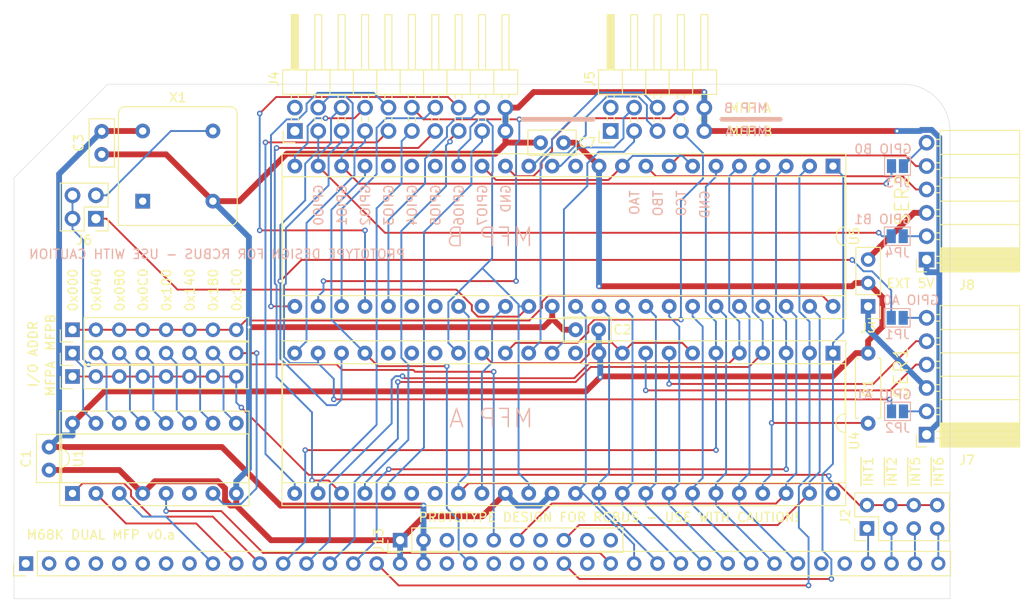
<source format=kicad_pcb>
(kicad_pcb (version 20241229) (generator "pcbnew") (generator_version "9.0")
  (layers (0 "F.Cu" signal) (2 "B.Cu" signal) (13 "F.Paste" user) (15 "B.Paste" user) (5 "F.SilkS" user "F.Silkscreen") (7 "B.SilkS" user "B.Silkscreen") (1 "F.Mask" user) (3 "B.Mask" user) (25 "Edge.Cuts" user))
  (net 0 "")
  (net 1 "+5V")
  (net 2 "GND")
  (net 3 "Net-(J1-Pin_4)")
  (net 4 "Net-(J1-Pin_6)")
  (net 5 "Net-(J1-Pin_7)")
  (net 6 "Net-(J1-Pin_5)")
  (net 7 "Net-(J1-Pin_1)")
  (net 8 "Net-(J1-Pin_3)")
  (net 9 "Net-(J1-Pin_2)")
  (net 10 "Net-(J1-Pin_8)")
  (net 11 "/EXT5V_2")
  (net 12 "/GPIO_A4")
  (net 13 "/EXT5V_1")
  (net 14 "/GPIO_A3")
  (net 15 "/GPIO_B5")
  (net 16 "/GPIO_B7")
  (net 17 "/GPIO_B4")
  (net 18 "/GPIO_A5")
  (net 19 "/D4")
  (net 20 "/A7")
  (net 21 "/A1")
  (net 22 "/A8")
  (net 23 "/A6")
  (net 24 "/D3")
  (net 28 "/D6")
  (net 30 "/A2")
  (net 33 "/GPIO_B1")
  (net 34 "/D5")
  (net 35 "/D0")
  (net 36 "/A5")
  (net 37 "/GPIO_A6")
  (net 38 "/D1")
  (net 41 "/~{WR}")
  (net 43 "/D7")
  (net 45 "/D2")
  (net 47 "/~{IORQ}")
  (net 48 "/A4")
  (net 53 "/~{RESET}")
  (net 54 "/GPIO_A1")
  (net 55 "/GPIO_B0")
  (net 56 "/A3")
  (net 57 "/GPIO_A2")
  (net 58 "/GPIO_B2")
  (net 59 "/GPIO_A0")
  (net 60 "/GPIO_B6")
  (net 62 "/GPIO_A7")
  (net 63 "/GPIO_B3")
  (net 64 "/~{MFPA_CS}")
  (net 65 "/~{MFPB_CS}")
  (net 66 "Net-(J7-Pin_6)")
  (net 67 "/TXD1")
  (net 68 "Net-(J7-Pin_2)")
  (net 69 "/RXD1")
  (net 70 "/RXD2")
  (net 71 "/TXD2")
  (net 72 "Net-(J8-Pin_6)")
  (net 73 "Net-(J8-Pin_2)")
  (net 74 "/~{LDS}")
  (net 75 "/~{IACK}")
  (net 78 "Net-(U4-RC)")
  (net 80 "/TAOA")
  (net 81 "/TBOA")
  (net 82 "/~{IEO_A}")
  (net 83 "/TBI_A")
  (net 84 "/TAI_A")
  (net 86 "/~{INT5}")
  (net 87 "/~{INT1}")
  (net 88 "/~{INT2}")
  (net 89 "/~{INT6}")
  (net 90 "/UART_CLK")
  (net 91 "/~{INT}")
  (net 94 "/CLOCK2")
  (net 95 "/TCOA")
  (net 97 "/~{DTACK}")
  (net 101 "/TBOB")
  (net 102 "Net-(U5-RC)")
  (net 103 "/TBI_B")
  (net 106 "/TAI_B")
  (net 108 "/TAOB")
  (net 109 "/TCOB")
  (net 116 "Net-(J6-Pin_3)")
  (footprint "MyLibrary2023:PinHeader_1x03_P2.54mm_Vertical" (layer "F.Cu") (at 176.53 86.36 180)
    (property "Reference" "J3")
    (property "Value" "Conn_01x03")
  )
  (footprint "MyLibrary2023:PinHeader_1x08_P2.54mm_Vertical" (layer "F.Cu") (at 90.17 88.9 90)
    (property "Reference" "J11" (hide yes))
    (property "Value" "Conn_01x08")
  )
  (footprint "MyLibrary2023:RC2014_STD_40_PIN" (layer "F.Cu") (at 82.55 118.11)
    (property "Reference" "M1" (hide yes))
    (property "Value" "RC2014_40_PIN" (hide yes))
    (fp_line (start 1.27 -45.72) (end 1.27 0) (stroke (width 0.05)) (layer "Edge.Cuts"))
    (fp_line (start 1.27 0) (end 102.87 0) (stroke (width 0.05)) (layer "Edge.Cuts"))
    (fp_line (start 11.43 -55.88) (end 1.27 -45.72) (stroke (width 0.05)) (layer "Edge.Cuts"))
    (fp_line (start 97.79 -55.88) (end 11.43 -55.88) (stroke (width 0.05)) (layer "Edge.Cuts"))
    (fp_line (start 102.87 0) (end 102.87 -50.8) (stroke (width 0.05)) (layer "Edge.Cuts"))
    (fp_arc (start 97.79 -55.88) (mid 101.382102 -54.392102) (end 102.87 -50.8) (stroke (width 0.05)) (layer "Edge.Cuts"))
  )
  (footprint "Capacitor_THT:C_Disc_D5.0mm_W2.5mm_P2.50mm" (layer "F.Cu") (at 87.63 104.14 90)
    (property "Reference" "C1")
    (property "Value" "100n")
  )
  (footprint "MyLibrary2023:PinHeader_1x08_P2.54mm_Vertical" (layer "F.Cu") (at 90.17 91.44 90)
    (property "Reference" "J1" (hide yes))
    (property "Value" "Conn_01x08")
  )
  (footprint "Connector_PinHeader_2.54mm:PinHeader_2x10_P2.54mm_Horizontal" (layer "F.Cu") (at 114.305 67.31 90)
    (property "Reference" "J4")
    (property "Value" "Conn_02x10_Odd_Even")
  )
  (footprint "Connector_PinSocket_2.54mm:PinSocket_1x06_P2.54mm_Horizontal" (layer "F.Cu") (at 182.88 100.305 180)
    (property "Reference" "J7")
    (property "Value" "Conn_01x06")
  )
  (footprint "MyLibrary2023:PinHeader_1x10_P2.54mm_Vertical" (layer "F.Cu") (at 125.73 111.76 90)
    (property "Reference" "J13")
    (property "Value" "Conn_01x10")
  )
  (footprint "Capacitor_THT:C_Disc_D5.0mm_W2.5mm_P2.50mm" (layer "F.Cu") (at 144.78 88.9)
    (property "Reference" "C2")
    (property "Value" "100n")
  )
  (footprint "MyLibrary2023:PinHeader_1x08_P2.54mm_Vertical" (layer "F.Cu") (at 90.17 93.98 90)
    (property "Reference" "J9" (hide yes))
    (property "Value" "Conn_01x08")
  )
  (footprint "Connector_PinHeader_2.54mm:PinHeader_2x05_P2.54mm_Horizontal" (layer "F.Cu") (at 148.59 67.31 90)
    (property "Reference" "J5")
    (property "Value" "Conn_02x05_Odd_Even")
  )
  (footprint "Connector_PinHeader_2.54mm:PinHeader_2x02_P2.54mm_Vertical" (layer "F.Cu") (at 92.71 76.835 180)
    (property "Reference" "J6")
    (property "Value" "Conn_02x02_Odd_Even")
  )
  (footprint "Capacitor_THT:C_Disc_D5.0mm_W2.5mm_P2.50mm" (layer "F.Cu") (at 93.345 69.85 90)
    (property "Reference" "C3")
    (property "Value" "100n")
  )
  (footprint "MyLibrary2023:PinHeader_2x04_P2.54mm_Vertical" (layer "F.Cu") (at 176.403 110.49 90)
    (property "Reference" "J2")
    (property "Value" "Conn_02x04_Odd_Even")
  )
  (footprint "Oscillator:Oscillator_DIP-8" (layer "F.Cu") (at 97.79 74.93)
    (property "Reference" "X1")
    (property "Value" "CXO_DIP8")
  )
  (footprint "Capacitor_THT:C_Disc_D5.0mm_W2.5mm_P2.50mm" (layer "F.Cu") (at 140.97 68.58)
    (property "Reference" "C7")
    (property "Value" "100n")
  )
  (footprint "MyLibrary2023:DIP-48_W15.24mm_Socket" (layer "F.Cu") (at 172.71 91.435 -90)
    (property "Reference" "U4")
    (property "Value" "68901P")
  )
  (footprint "Package_DIP:DIP-16_W7.62mm_Socket" (layer "F.Cu") (at 90.17 106.68 90)
    (property "Reference" "U1")
    (property "Value" "74LS138")
  )
  (footprint "Resistor_THT:R_Axial_DIN0207_L6.3mm_D2.5mm_P7.62mm_Horizontal" (layer "F.Cu") (at 176.53 99.06 90)
    (property "Reference" "R1")
    (property "Value" "10K")
  )
  (footprint "MyLibrary2023:DIP-48_W15.24mm_Socket" (layer "F.Cu") (at 172.72 71.12 -90)
    (property "Reference" "U5")
    (property "Value" "68901P")
  )
  (footprint "Connector_PinSocket_2.54mm:PinSocket_1x06_P2.54mm_Horizontal" (layer "F.Cu") (at 182.88 81.28 180)
    (property "Reference" "J8")
    (property "Value" "Conn_01x06")
  )
  (footprint "Jumper:SolderJumper-2_P1.3mm_Open_Pad1.0x1.5mm" (layer "B.Cu") (at 179.72 97.765)
    (property "Reference" "JP2")
    (property "Value" "SolderJumper")
  )
  (footprint "Jumper:SolderJumper-2_P1.3mm_Open_Pad1.0x1.5mm" (layer "B.Cu") (at 179.69 87.605)
    (property "Reference" "JP1")
    (property "Value" "SolderJumper")
  )
  (footprint "Jumper:SolderJumper-2_P1.3mm_Open_Pad1.0x1.5mm" (layer "B.Cu") (at 179.69 78.74)
    (property "Reference" "JP4")
    (property "Value" "SolderJumper")
  )
  (footprint "Jumper:SolderJumper-2_P1.3mm_Open_Pad1.0x1.5mm" (layer "B.Cu") (at 179.72 71.12)
    (property "Reference" "JP3")
    (property "Value" "SolderJumper")
  )
  (gr_line (start 160.655 66.04) (end 167.005 66.04) (stroke (width 0.5)) (layer "F.SilkS"))
  (gr_line (start 146.685 66.04) (end 139.065 66.04) (stroke (width 0.5)) (layer "F.SilkS"))
  (gr_line (start 146.68 66.04) (end 139.07 66.04) (stroke (width 0.5)) (layer "B.SilkS"))
  (gr_line (start 167.005 66.04) (end 160.655 66.04) (stroke (width 0.5)) (layer "B.SilkS"))
  (gr_text "MFP A" (at 161.29 65.405 0) (layer "F.SilkS") (effects (font (size 1 1)) (justify left bottom)))
  (gr_text "SER1" (at 180.975 96.52 90) (layer "F.SilkS") (effects (font (size 1.5 1.5)) (justify left bottom)))
  (gr_text "~{INT1}" (at 177.165 106.045 90) (layer "F.SilkS") (effects (font (size 1 1)) (justify left bottom)))
  (gr_text "~{INT5}" (at 182.245 106.045 90) (layer "F.SilkS") (effects (font (size 1 1)) (justify left bottom)))
  (gr_text "PROTOTYPE DESIGN FOR RCBUS - USE WITH CAUTION!" (at 127.635 109.855 0) (layer "F.SilkS") (effects (font (size 1 1)) (justify left bottom)))
  (gr_text "~{INT2}" (at 179.705 106.045 90) (layer "F.SilkS") (effects (font (size 1 1)) (justify left bottom)))
  (gr_text "0x000" (at 90.805 86.995 90) (layer "F.SilkS") (effects (font (size 1 1)) (justify left bottom)))
  (gr_text "0x080" (at 95.885 86.995 90) (layer "F.SilkS") (effects (font (size 1 1)) (justify left bottom)))
  (gr_text "MFPB" (at 88.37 87.1 90) (layer "F.SilkS") (effects (font (size 1 1)) (justify right bottom)))
  (gr_text "0x040" (at 93.345 86.995 90) (layer "F.SilkS") (effects (font (size 1 1)) (justify left bottom)))
  (gr_text "0x140" (at 103.505 86.995 90) (layer "F.SilkS") (effects (font (size 1 1)) (justify left bottom)))
  (gr_text "~{INT6}" (at 184.785 106.045 90) (layer "F.SilkS") (effects (font (size 1 1)) (justify left bottom)))
  (gr_text "EXT 5V" (at 178.435 84.455 0) (layer "F.SilkS") (effects (font (size 1 1)) (justify left bottom)))
  (gr_text "I/O ADDR" (at 86.465 91.545 90) (layer "F.SilkS") (effects (font (size 1 1)) (justify bottom)))
  (gr_text "0x1C0" (at 108.585 86.995 90) (layer "F.SilkS") (effects (font (size 1 1)) (justify left bottom)))
  (gr_text "0x180" (at 106.045 86.995 90) (layer "F.SilkS") (effects (font (size 1 1)) (justify left bottom)))
  (gr_text "M68K DUAL MFP v0.a" (at 85.09 111.76 0) (layer "F.SilkS") (effects (font (size 1 1)) (justify left bottom)))
  (gr_text "MFP B" (at 161.29 67.945 0) (layer "F.SilkS") (effects (font (size 1 1)) (justify left bottom)))
  (gr_text "MFPA" (at 88.37 92.18 90) (layer "F.SilkS") (effects (font (size 1 1)) (justify right bottom)))
  (gr_text "SER2" (at 181.09 77.74 90) (layer "F.SilkS") (effects (font (size 1.5 1.5)) (justify left bottom)))
  (gr_text "0x0C0" (at 98.425 86.995 90) (layer "F.SilkS") (effects (font (size 1 1)) (justify left bottom)))
  (gr_text "0x100" (at 100.965 86.995 90) (layer "F.SilkS") (effects (font (size 1 1)) (justify left bottom)))
  (gr_text "GPIO5" (at 130.175 73.025 90) (layer "B.SilkS") (effects (font (size 1 1)) (justify left bottom mirror)))
  (gr_text "MFP B" (at 140.335 80.01 -0) (layer "B.SilkS") (effects (font (size 2 2)) (justify left bottom mirror)))
  (gr_text "GPIO A0" (at 184.34 86.275 0) (layer "B.SilkS") (effects (font (size 1 1)) (justify left bottom mirror)))
  (gr_text "GPIO1" (at 120.015 73.025 90) (layer "B.SilkS") (effects (font (size 1 1)) (justify left bottom mirror)))
  (gr_text "GPIO0" (at 117.475 73.025 90) (layer "B.SilkS") (effects (font (size 1 1)) (justify left bottom mirror)))
  (gr_text "GPIO6" (at 132.715 73.025 90) (layer "B.SilkS") (effects (font (size 1 1)) (justify left bottom mirror)))
  (gr_text "GPIO3" (at 125.095 73.025 90) (layer "B.SilkS") (effects (font (size 1 1)) (justify left bottom mirror)))
  (gr_text "GPIO4" (at 127.635 73.025 90) (layer "B.SilkS") (effects (font (size 1 1)) (justify left bottom mirror)))
  (gr_text "GPIO B1" (at 181.34 77.49 0) (layer "B.SilkS") (effects (font (size 1 1)) (justify left bottom mirror)))
  (gr_text "GND" (at 159.385 73.66 90) (layer "B.SilkS") (effects (font (size 1 1)) (justify left bottom mirror)))
  (gr_text "MFP A" (at 165.735 67.945 0) (layer "B.SilkS") (effects (font (size 1 1)) (justify left bottom mirror)))
  (gr_text "GPIO B0" (at 181.37 69.87 0) (layer "B.SilkS") (effects (font (size 1 1)) (justify left bottom mirror)))
  (gr_text "MFP B" (at 165.735 65.405 0) (layer "B.SilkS") (effects (font (size 1 1)) (justify left bottom mirror)))
  (gr_text "TBO" (at 154.305 73.66 90) (layer "B.SilkS") (effects (font (size 1 1)) (justify left bottom mirror)))
  (gr_text "PROTOTYPE DESIGN FOR RCBUS - USE WITH CAUTION" (at 126.365 81.28 0) (layer "B.SilkS") (effects (font (size 1 1)) (justify left bottom mirror)))
  (gr_text "GPIO7" (at 135.255 73.025 90) (layer "B.SilkS") (effects (font (size 1 1)) (justify left bottom mirror)))
  (gr_text "TCO" (at 156.845 73.66 90) (layer "B.SilkS") (effects (font (size 1 1)) (justify left bottom mirror)))
  (gr_text "GPIO A1" (at 181.37 96.515 0) (layer "B.SilkS") (effects (font (size 1 1)) (justify left bottom mirror)))
  (gr_text "GPIO2" (at 122.555 73.025 90) (layer "B.SilkS") (effects (font (size 1 1)) (justify left bottom mirror)))
  (gr_text "TAO" (at 151.765 73.66 90) (layer "B.SilkS") (effects (font (size 1 1)) (justify left bottom mirror)))
  (gr_text "GND" (at 137.795 73.025 90) (layer "B.SilkS") (effects (font (size 1 1)) (justify left bottom mirror)))
  (gr_text "MFP A" (at 140.335 99.695 -0) (layer "B.SilkS") (effects (font (size 2 2)) (justify left bottom mirror)))
  (segment (start 178.0729 88.5779) (end 178.0729 85.3629) (width 0.635) (layer "F.Cu") (net 1))
  (segment (start 176.53 91.44) (end 175.2108 91.44) (width 0.635) (layer "F.Cu") (net 1))
  (segment (start 144.78 68.58) (end 143.47 68.58) (width 0.635) (layer "F.Cu") (net 1))
  (segment (start 172.6819 93.9689) (end 175.2108 91.44) (width 0.635) (layer "F.Cu") (net 1))
  (segment (start 178.0729 85.3629) (end 176.53 83.82) (width 0.635) (layer "F.Cu") (net 1))
  (segment (start 106.387 101.64) (end 112.7462 107.9992) (width 0.635) (layer "F.Cu") (net 1))
  (segment (start 176.53 83.82) (end 175.1608 83.82) (width 0.635) (layer "F.Cu") (net 1))
  (segment (start 147.5304 93.9689) (end 172.6819 93.9689) (width 0.635) (layer "F.Cu") (net 1))
  (segment (start 93.6354 95.5946) (end 145.9047 95.5946) (width 0.635) (layer "F.Cu") (net 1))
  (segment (start 145.9047 95.5946) (end 147.455 94.0443) (width 0.635) (layer "F.Cu") (net 1))
  (segment (start 174.8054 84.1754) (end 147.32 84.1754) (width 0.635) (layer "F.Cu") (net 1))
  (segment (start 147.455 94.0443) (end 147.5304 93.9689) (width 0.635) (layer "F.Cu") (net 1))
  (segment (start 90.17 99.06) (end 93.6354 95.5946) (width 0.635) (layer "F.Cu") (net 1))
  (segment (start 175.1608 83.82) (end 174.8054 84.1754) (width 0.635) (layer "F.Cu") (net 1))
  (segment (start 87.63 101.64) (end 106.387 101.64) (width 0.635) (layer "F.Cu") (net 1))
  (segment (start 147.32 71.12) (end 144.78 68.58) (width 0.635) (layer "F.Cu") (net 1))
  (segment (start 97.79 67.31) (end 93.385 67.31) (width 0.635) (layer "F.Cu") (net 1))
  (segment (start 176.53 90.1208) (end 178.0729 88.5779) (width 0.635) (layer "F.Cu") (net 1))
  (segment (start 93.385 67.31) (end 93.345 67.35) (width 0.635) (layer "F.Cu") (net 1))
  (segment (start 112.7462 107.9992) (end 128.27 107.9992) (width 0.635) (layer "F.Cu") (net 1))
  (segment (start 176.53 91.44) (end 176.53 90.1208) (width 0.635) (layer "F.Cu") (net 1))
  (via (at 147.32 84.1754) (size 0.6) (drill 0.3) (layers "F.Cu" "B.Cu") (net 1))
  (via (at 147.455 94.0443) (size 0.6) (drill 0.3) (layers "F.Cu" "B.Cu") (net 1))
  (via (at 128.27 107.9992) (size 0.6) (drill 0.3) (layers "F.Cu" "B.Cu") (net 1))
  (segment (start 90.17 99.06) (end 90.17 100.3792) (width 0.635) (layer "B.Cu") (net 1))
  (segment (start 88.7149 71.9801) (end 88.7149 100.2033) (width 0.635) (layer "B.Cu") (net 1))
  (segment (start 147.31 90.7754) (end 147.455 90.9204) (width 0.635) (layer "B.Cu") (net 1))
  (segment (start 147.31 90.1158) (end 147.28 90.0858) (width 0.635) (layer "B.Cu") (net 1))
  (segment (start 147.31 91.435) (end 147.31 90.7754) (width 0.635) (layer "B.Cu") (net 1))
  (segment (start 147.28 90.0858) (end 147.28 88.9) (width 0.635) (layer "B.Cu") (net 1))
  (segment (start 147.455 90.9204) (end 147.455 94.0443) (width 0.635) (layer "B.Cu") (net 1))
  (segment (start 88.8908 100.3792) (end 87.63 101.64) (width 0.635) (layer "B.Cu") (net 1))
  (segment (start 147.32 71.12) (end 147.32 84.1754) (width 0.635) (layer "B.Cu") (net 1))
  (segment (start 90.17 100.3792) (end 88.8908 100.3792) (width 0.635) (layer "B.Cu") (net 1))
  (segment (start 88.7149 100.2033) (end 88.8908 100.3792) (width 0.635) (layer "B.Cu") (net 1))
  (segment (start 128.27 111.76) (end 128.27 107.9992) (width 0.635) (layer "B.Cu") (net 1))
  (segment (start 147.31 90.7754) (end 147.31 90.1158) (width 0.635) (layer "B.Cu") (net 1))
  (segment (start 93.345 67.35) (end 88.7149 71.9801) (width 0.635) (layer "B.Cu") (net 1))
  (segment (start 128.27 111.76) (end 128.27 114.3) (width 0.635) (layer "B.Cu") (net 1))
  (segment (start 106.7292 107.2265) (end 106.7292 106.1335) (width 0.635) (layer "F.Cu") (net 2))
  (segment (start 142.24 87.0196) (end 142.24 87.6792) (width 0.635) (layer "F.Cu") (net 2))
  (segment (start 106.7292 106.1335) (end 105.9565 105.3608) (width 0.635) (layer "F.Cu") (net 2))
  (segment (start 142.24 87.6792) (end 143.4608 88.9) (width 0.635) (layer "F.Cu") (net 2))
  (segment (start 137.165 68.6792) (end 137.165 67.31) (width 0.635) (layer "F.Cu") (net 2))
  (segment (start 108.271 74.93) (end 113.4287 69.7723) (width 0.635) (layer "F.Cu") (net 2))
  (segment (start 140.9605 68.5705) (end 140.97 68.58) (width 0.635) (layer "F.Cu") (net 2))
  (segment (start 137.1746 68.5704) (end 140.9605 68.5704) (width 0.635) (layer "F.Cu") (net 2))
  (segment (start 134.66 109.165) (end 128.325 109.165) (width 0.635) (layer "F.Cu") (net 2))
  (segment (start 100.33 69.85) (end 93.345 69.85) (width 0.635) (layer "F.Cu") (net 2))
  (segment (start 128.325 109.165) (end 125.73 111.76) (width 0.635) (layer "F.Cu") (net 2))
  (segment (start 97.79 106.68) (end 95.25 104.14) (width 0.635) (layer "F.Cu") (net 2))
  (segment (start 125.73 111.76) (end 124.3608 111.76) (width 0.635) (layer "F.Cu") (net 2))
  (segment (start 137.165 67.31) (end 137.165 68.58) (width 0.635) (layer "F.Cu") (net 2))
  (segment (start 143.4608 88.9) (end 144.78 88.9) (width 0.635) (layer "F.Cu") (net 2))
  (segment (start 179.6689 67.31) (end 158.75 67.31) (width 0.635) (layer "F.Cu") (net 2))
  (segment (start 107.3085 107.9992) (end 106.7291 107.4198) (width 0.635) (layer "F.Cu") (net 2))
  (segment (start 137.165 64.77) (end 138.5342 64.77) (width 0.635) (layer "F.Cu") (net 2))
  (segment (start 140.2242 63.08) (end 158.75 63.08) (width 0.635) (layer "F.Cu") (net 2))
  (segment (start 105.41 74.93) (end 100.33 69.85) (width 0.635) (layer "F.Cu") (net 2))
  (segment (start 95.25 104.14) (end 87.63 104.14) (width 0.635) (layer "F.Cu") (net 2))
  (segment (start 137.15 106.675) (end 134.66 109.165) (width 0.635) (layer "F.Cu") (net 2))
  (segment (start 107.95 106.68) (end 107.95 107.9992) (width 0.635) (layer "F.Cu") (net 2))
  (segment (start 142.24 87.0196) (end 142.24 86.36) (width 0.635) (layer "F.Cu") (net 2))
  (segment (start 137.165 68.58) (end 137.1746 68.5704) (width 0.635) (layer "F.Cu") (net 2))
  (segment (start 106.7291 107.4198) (end 106.7291 107.2266) (width 0.635) (layer "F.Cu") (net 2))
  (segment (start 141.2983 88.6209) (end 142.24 87.6792) (width 0.635) (layer "F.Cu") (net 2))
  (segment (start 124.3608 111.76) (end 111.7108 111.76) (width 0.635) (layer "F.Cu") (net 2))
  (segment (start 111.7108 111.76) (end 107.95 107.9992) (width 0.635) (layer "F.Cu") (net 2))
  (segment (start 107.95 107.9992) (end 107.3085 107.9992) (width 0.635) (layer "F.Cu") (net 2))
  (segment (start 106.7291 107.2266) (end 106.7292 107.2265) (width 0.635) (layer "F.Cu") (net 2))
  (segment (start 136.0719 69.7723) (end 137.165 68.6792) (width 0.635) (layer "F.Cu") (net 2))
  (segment (start 105.9565 105.3608) (end 99.1092 105.3608) (width 0.635) (layer "F.Cu") (net 2))
  (segment (start 105.41 74.93) (end 108.271 74.93) (width 0.635) (layer "F.Cu") (net 2))
  (segment (start 138.5342 64.77) (end 140.2242 63.08) (width 0.635) (layer "F.Cu") (net 2))
  (segment (start 109.3201 88.6209) (end 141.2983 88.6209) (width 0.635) (layer "F.Cu") (net 2))
  (segment (start 113.4287 69.7723) (end 136.0719 69.7723) (width 0.635) (layer "F.Cu") (net 2))
  (segment (start 99.1092 105.3608) (end 97.79 106.68) (width 0.635) (layer "F.Cu") (net 2))
  (segment (start 140.9605 68.5704) (end 140.9605 68.5705) (width 0.635) (layer "F.Cu") (net 2))
  (via (at 158.75 63.08) (size 0.6) (drill 0.3) (layers "F.Cu" "B.Cu") (net 2))
  (via (at 179.6689 67.31) (size 0.6) (drill 0.3) (layers "F.Cu" "B.Cu") (net 2))
  (via (at 109.3201 88.6209) (size 0.6) (drill 0.3) (layers "F.Cu" "B.Cu") (net 2))
  (segment (start 158.75 67.31) (end 158.75 64.77) (width 0.635) (layer "B.Cu") (net 2))
  (segment (start 109.3201 103.9907) (end 107.95 105.3608) (width 0.635) (layer "B.Cu") (net 2))
  (segment (start 158.75 64.77) (end 158.75 63.08) (width 0.635) (layer "B.Cu") (net 2))
  (segment (start 183.4389 67.193) (end 184.2556 68.0097) (width 0.635) (layer "B.Cu") (net 2))
  (segment (start 107.95 106.68) (end 107.95 105.3608) (width 0.635) (layer "B.Cu") (net 2))
  (segment (start 125.73 111.76) (end 125.73 114.3) (width 0.635) (layer "B.Cu") (net 2))
  (segment (start 105.41 74.93) (end 109.3201 78.8401) (width 0.635) (layer "B.Cu") (net 2))
  (segment (start 109.3201 78.8401) (end 109.3201 88.6209) (width 0.635) (layer "B.Cu") (net 2))
  (segment (start 182.3012 67.193) (end 183.4389 67.193) (width 0.635) (layer "B.Cu") (net 2))
  (segment (start 140.8989 108.0061) (end 138.4811 108.0061) (width 0.635) (layer "B.Cu") (net 2))
  (segment (start 109.3201 88.6209) (end 109.3201 103.9907) (width 0.635) (layer "B.Cu") (net 2))
  (segment (start 182.88 100.305) (end 184.2556 98.9294) (width 0.635) (layer "B.Cu") (net 2))
  (segment (start 184.2556 82.6492) (end 182.88 82.6492) (width 0.635) (layer "B.Cu") (net 2))
  (segment (start 179.6689 67.31) (end 182.1842 67.31) (width 0.635) (layer "B.Cu") (net 2))
  (segment (start 137.165 64.77) (end 137.165 67.31) (width 0.635) (layer "B.Cu") (net 2))
  (segment (start 142.23 106.675) (end 140.8989 108.0061) (width 0.635) (layer "B.Cu") (net 2))
  (segment (start 182.1842 67.31) (end 182.3012 67.193) (width 0.635) (layer "B.Cu") (net 2))
  (segment (start 182.88 81.28) (end 182.88 82.6492) (width 0.635) (layer "B.Cu") (net 2))
  (segment (start 138.4811 108.0061) (end 137.15 106.675) (width 0.635) (layer "B.Cu") (net 2))
  (segment (start 184.2556 98.9294) (end 184.2556 82.6492) (width 0.635) (layer "B.Cu") (net 2))
  (segment (start 184.2556 68.0097) (end 184.2556 82.6492) (width 0.635) (layer "B.Cu") (net 2))
  (segment (start 98.9433 97.6733) (end 100.33 99.06) (width 0.2032) (layer "B.Cu") (net 3))
  (segment (start 98.9433 92.5933) (end 98.9433 97.6733) (width 0.2032) (layer "B.Cu") (net 3))
  (segment (start 97.79 91.44) (end 98.9433 92.5933) (width 0.2032) (layer "B.Cu") (net 3))
  (segment (start 102.87 91.44) (end 104.0233 92.5933) (width 0.2032) (layer "B.Cu") (net 4))
  (segment (start 104.0233 92.5933) (end 104.0233 97.6733) (width 0.2032) (layer "B.Cu") (net 4))
  (segment (start 104.0233 97.6733) (end 105.41 99.06) (width 0.2032) (layer "B.Cu") (net 4))
  (segment (start 105.41 91.44) (end 106.5633 92.5933) (width 0.2032) (layer "B.Cu") (net 5))
  (segment (start 106.5633 92.5933) (end 106.5633 97.6733) (width 0.2032) (layer "B.Cu") (net 5))
  (segment (start 106.5633 97.6733) (end 107.95 99.06) (width 0.2032) (layer "B.Cu") (net 5))
  (segment (start 101.4833 97.6733) (end 102.87 99.06) (width 0.2032) (layer "B.Cu") (net 6))
  (segment (start 101.4833 92.5933) (end 101.4833 97.6733) (width 0.2032) (layer "B.Cu") (net 6))
  (segment (start 100.33 91.44) (end 101.4833 92.5933) (width 0.2032) (layer "B.Cu") (net 6))
  (segment (start 90.17 91.44) (end 90.17 91.8004) (width 0.2032) (layer "B.Cu") (net 7))
  (segment (start 91.3233 97.6733) (end 92.71 99.06) (width 0.2032) (layer "B.Cu") (net 7))
  (segment (start 90.17 91.8004) (end 91.3233 92.9537) (width 0.2032) (layer "B.Cu") (net 7))
  (segment (start 91.3233 92.9537) (end 91.3233 97.6733) (width 0.2032) (layer "B.Cu") (net 7))
  (segment (start 95.25 91.44) (end 96.4033 92.5933) (width 0.2032) (layer "B.Cu") (net 8))
  (segment (start 96.4033 92.5933) (end 96.4033 97.6733) (width 0.2032) (layer "B.Cu") (net 8))
  (segment (start 96.4033 97.6733) (end 97.79 99.06) (width 0.2032) (layer "B.Cu") (net 8))
  (segment (start 92.71 91.44) (end 93.8633 92.5933) (width 0.2032) (layer "B.Cu") (net 9))
  (segment (start 93.8633 97.6733) (end 95.25 99.06) (width 0.2032) (layer "B.Cu") (net 9))
  (segment (start 93.8633 92.5933) (end 93.8633 97.6733) (width 0.2032) (layer "B.Cu") (net 9))
  (segment (start 109.1033 91.44) (end 110.1527 91.44) (width 0.2032) (layer "F.Cu") (net 10))
  (segment (start 107.95 91.44) (end 109.1033 91.44) (width 0.2032) (layer "F.Cu") (net 10))
  (via (at 110.1527 91.44) (size 0.6) (drill 0.3) (layers "F.Cu" "B.Cu") (net 10))
  (segment (start 105.41 106.68) (end 106.5552 107.8252) (width 0.2032) (layer "B.Cu") (net 10))
  (segment (start 110.1527 106.1218) (end 110.1527 91.44) (width 0.2032) (layer "B.Cu") (net 10))
  (segment (start 108.4493 107.8252) (end 110.1527 106.1218) (width 0.2032) (layer "B.Cu") (net 10))
  (segment (start 106.5552 107.8252) (end 108.4493 107.8252) (width 0.2032) (layer "B.Cu") (net 10))
  (segment (start 176.53 81.1808) (end 181.5108 76.2) (width 0.635) (layer "F.Cu") (net 11))
  (segment (start 176.53 81.28) (end 176.53 81.1808) (width 0.635) (layer "F.Cu") (net 11))
  (segment (start 181.5108 76.2) (end 182.88 76.2) (width 0.635) (layer "F.Cu") (net 11))
  (segment (start 123.1785 75.7134) (end 125.8934 72.9985) (width 0.2032) (layer "B.Cu") (net 12))
  (segment (start 116.83 106.675) (end 116.83 105.5717) (width 0.2032) (layer "B.Cu") (net 12))
  (segment (start 116.83 105.5717) (end 123.1785 99.2232) (width 0.2032) (layer "B.Cu") (net 12))
  (segment (start 125.8934 72.9985) (end 125.8934 68.4216) (width 0.2032) (layer "B.Cu") (net 12))
  (segment (start 123.1785 99.2232) (end 123.1785 75.7134) (width 0.2032) (layer "B.Cu") (net 12))
  (segment (start 125.8934 68.4216) (end 127.005 67.31) (width 0.2032) (layer "B.Cu") (net 12))
  (segment (start 176.53 88.875) (end 182.88 95.225) (width 0.635) (layer "B.Cu") (net 13))
  (segment (start 176.53 86.36) (end 176.53 88.875) (width 0.635) (layer "B.Cu") (net 13))
  (segment (start 124.465 67.31) (end 123.2282 68.5468) (width 0.2032) (layer "F.Cu") (net 14))
  (segment (start 123.2282 68.5468) (end 111.1131 68.5468) (width 0.2032) (layer "F.Cu") (net 14))
  (via (at 111.1131 68.5468) (size 0.6) (drill 0.3) (layers "F.Cu" "B.Cu") (net 14))
  (segment (start 111.1131 102.3948) (end 111.1131 68.5468) (width 0.2032) (layer "B.Cu") (net 14))
  (segment (start 114.29 106.675) (end 114.29 105.5717) (width 0.2032) (layer "B.Cu") (net 14))
  (segment (start 114.29 105.5717) (end 111.1131 102.3948) (width 0.2032) (layer "B.Cu") (net 14))
  (segment (start 123.1785 71.997) (end 119.38 75.7955) (width 0.2032) (layer "B.Cu") (net 15))
  (segment (start 128.3917 65.9233) (end 124.2181 65.9233) (width 0.2032) (layer "B.Cu") (net 15))
  (segment (start 123.1785 66.9629) (end 123.1785 71.997) (width 0.2032) (layer "B.Cu") (net 15))
  (segment (start 129.545 64.77) (end 128.3917 65.9233) (width 0.2032) (layer "B.Cu") (net 15))
  (segment (start 119.38 75.7955) (end 119.38 86.36) (width 0.2032) (layer "B.Cu") (net 15))
  (segment (start 124.2181 65.9233) (end 123.1785 66.9629) (width 0.2032) (layer "B.Cu") (net 15))
  (segment (start 124.46 76.9859) (end 124.46 86.36) (width 0.2032) (layer "B.Cu") (net 16))
  (segment (start 128.4367 73.0092) (end 124.46 76.9859) (width 0.2032) (layer "B.Cu") (net 16))
  (segment (start 134.625 64.77) (end 133.4717 65.9233) (width 0.2032) (layer "B.Cu") (net 16))
  (segment (start 130.815 66.8908) (end 130.815 67.94) (width 0.2032) (layer "B.Cu") (net 16))
  (segment (start 131.7825 65.9233) (end 130.815 66.8908) (width 0.2032) (layer "B.Cu") (net 16))
  (segment (start 133.4717 65.9233) (end 131.7825 65.9233) (width 0.2032) (layer "B.Cu") (net 16))
  (segment (start 130.815 67.94) (end 128.4367 70.3183) (width 0.2032) (layer "B.Cu") (net 16))
  (segment (start 128.4367 70.3183) (end 128.4367 73.0092) (width 0.2032) (layer "B.Cu") (net 16))
  (segment (start 128.2774 66.0424) (end 138.6696 66.0424) (width 0.2032) (layer "F.Cu") (net 17))
  (segment (start 127.005 64.77) (end 128.2774 66.0424) (width 0.2032) (layer "F.Cu") (net 17))
  (segment (start 117.4131 83.6157) (end 138.3168 83.6157) (width 0.2032) (layer "F.Cu") (net 17))
  (via (at 117.4131 83.6157) (size 0.6) (drill 0.3) (layers "F.Cu" "B.Cu") (net 17))
  (via (at 138.6696 66.0424) (size 0.6) (drill 0.3) (layers "F.Cu" "B.Cu") (net 17))
  (via (at 138.3168 83.6157) (size 0.6) (drill 0.3) (layers "F.Cu" "B.Cu") (net 17))
  (segment (start 138.3168 68.6697) (end 138.3168 83.6157) (width 0.2032) (layer "B.Cu") (net 17))
  (segment (start 117.4131 84.6836) (end 117.4131 83.6157) (width 0.2032) (layer "B.Cu") (net 17))
  (segment (start 116.84 85.2567) (end 117.4131 84.6836) (width 0.2032) (layer "B.Cu") (net 17))
  (segment (start 138.6696 68.3169) (end 138.3168 68.6697) (width 0.2032) (layer "B.Cu") (net 17))
  (segment (start 116.84 86.36) (end 116.84 85.2567) (width 0.2032) (layer "B.Cu") (net 17))
  (segment (start 138.6696 66.0424) (end 138.6696 68.3169) (width 0.2032) (layer "B.Cu") (net 17))
  (segment (start 129.545 67.31) (end 127.7049 69.1501) (width 0.2032) (layer "F.Cu") (net 18))
  (segment (start 127.7049 69.1501) (end 112.3198 69.1501) (width 0.2032) (layer "F.Cu") (net 18))
  (segment (start 117.968 105.273) (end 116.165 105.273) (width 0.2032) (layer "F.Cu") (net 18))
  (segment (start 119.37 106.675) (end 117.968 105.273) (width 0.2032) (layer "F.Cu") (net 18))
  (via (at 112.3198 69.1501) (size 0.6) (drill 0.3) (layers "F.Cu" "B.Cu") (net 18))
  (via (at 116.165 105.273) (size 0.6) (drill 0.3) (layers "F.Cu" "B.Cu") (net 18))
  (segment (start 116.165 97.8738) (end 116.165 105.273) (width 0.2032) (layer "B.Cu") (net 18))
  (segment (start 112.1234 69.3465) (end 112.1234 83.8655) (width 0.2032) (layer "B.Cu") (net 18))
  (segment (start 112.3198 84.0619) (end 112.3198 94.0286) (width 0.2032) (layer "B.Cu") (net 18))
  (segment (start 112.1234 83.8655) (end 112.3198 84.0619) (width 0.2032) (layer "B.Cu") (net 18))
  (segment (start 112.3198 94.0286) (end 116.165 97.8738) (width 0.2032) (layer "B.Cu") (net 18))
  (segment (start 112.3198 69.1501) (end 112.1234 69.3465) (width 0.2032) (layer "B.Cu") (net 18))
  (segment (start 156.0333 105.5717) (end 154.93 106.675) (width 0.2032) (layer "B.Cu") (net 19))
  (segment (start 154.94 87.4633) (end 156.0333 88.5566) (width 0.2032) (layer "B.Cu") (net 19))
  (segment (start 154.93 107.94) (end 161.29 114.3) (width 0.2032) (layer "B.Cu") (net 19))
  (segment (start 156.0333 88.5566) (end 156.0333 105.5717) (width 0.2032) (layer "B.Cu") (net 19))
  (segment (start 154.93 106.675) (end 154.93 107.94) (width 0.2032) (layer "B.Cu") (net 19))
  (segment (start 154.94 86.36) (end 154.94 87.4633) (width 0.2032) (layer "B.Cu") (net 19))
  (segment (start 103.5939 109.9439) (end 107.95 114.3) (width 0.2032) (layer "F.Cu") (net 20))
  (segment (start 92.71 106.68) (end 95.9739 109.9439) (width 0.2032) (layer "F.Cu") (net 20))
  (segment (start 95.9739 109.9439) (end 103.5939 109.9439) (width 0.2032) (layer "F.Cu") (net 20))
  (segment (start 125.5692 116.6792) (end 170.0652 116.6792) (width 0.2032) (layer "F.Cu") (net 21))
  (segment (start 123.19 114.3) (end 125.5692 116.6792) (width 0.2032) (layer "F.Cu") (net 21))
  (via (at 170.0652 116.6792) (size 0.6) (drill 0.3) (layers "F.Cu" "B.Cu") (net 21))
  (segment (start 170.17 91.435) (end 170.17 104.7808) (width 0.2032) (layer "B.Cu") (net 21))
  (segment (start 170.18 71.12) (end 169.0736 72.2264) (width 0.2032) (layer "B.Cu") (net 21))
  (segment (start 170.0652 111.4655) (end 170.0652 116.6792) (width 0.2032) (layer "B.Cu") (net 21))
  (segment (start 170.17 88.026) (end 170.17 91.435) (width 0.2032) (layer "B.Cu") (net 21))
  (segment (start 169.0736 86.9296) (end 170.17 88.026) (width 0.2032) (layer "B.Cu") (net 21))
  (segment (start 170.17 104.7808) (end 169.0122 105.9386) (width 0.2032) (layer "B.Cu") (net 21))
  (segment (start 169.0122 110.4125) (end 170.0652 111.4655) (width 0.2032) (layer "B.Cu") (net 21))
  (segment (start 169.0122 105.9386) (end 169.0122 110.4125) (width 0.2032) (layer "B.Cu") (net 21))
  (segment (start 169.0736 72.2264) (end 169.0736 86.9296) (width 0.2032) (layer "B.Cu") (net 21))
  (segment (start 100.3103 109.2003) (end 105.41 114.3) (width 0.2032) (layer "B.Cu") (net 22))
  (segment (start 97.7703 109.2003) (end 100.3103 109.2003) (width 0.2032) (layer "B.Cu") (net 22))
  (segment (start 95.25 106.68) (end 97.7703 109.2003) (width 0.2032) (layer "B.Cu") (net 22))
  (segment (start 96.52 106.3388) (end 96.52 106.9808) (width 0.2032) (layer "F.Cu") (net 23))
  (segment (start 91.2755 105.5745) (end 95.7557 105.5745) (width 0.2032) (layer "F.Cu") (net 23))
  (segment (start 96.52 106.9808) (end 98.7395 109.2003) (width 0.2032) (layer "F.Cu") (net 23))
  (segment (start 90.17 106.68) (end 91.2755 105.5745) (width 0.2032) (layer "F.Cu") (net 23))
  (segment (start 105.3903 109.2003) (end 110.49 114.3) (width 0.2032) (layer "F.Cu") (net 23))
  (segment (start 98.7395 109.2003) (end 105.3903 109.2003) (width 0.2032) (layer "F.Cu") (net 23))
  (segment (start 95.7557 105.5745) (end 96.52 106.3388) (width 0.2032) (layer "F.Cu") (net 23))
  (segment (start 152.39 107.94) (end 158.75 114.3) (width 0.2032) (layer "B.Cu") (net 24))
  (segment (start 153.4933 105.5717) (end 153.4933 87.4533) (width 0.2032) (layer "B.Cu") (net 24))
  (segment (start 153.4933 87.4533) (end 152.4 86.36) (width 0.2032) (layer "B.Cu") (net 24))
  (segment (start 152.39 106.675) (end 153.4933 105.5717) (width 0.2032) (layer "B.Cu") (net 24))
  (segment (start 152.39 106.675) (end 152.39 107.94) (width 0.2032) (layer "B.Cu") (net 24))
  (segment (start 161.1133 104.4684) (end 160.01 105.5717) (width 0.2032) (layer "B.Cu") (net 28))
  (segment (start 160.02 86.36) (end 161.1133 87.4533) (width 0.2032) (layer "B.Cu") (net 28))
  (segment (start 160.01 107.94) (end 160.01 105.5717) (width 0.2032) (layer "B.Cu") (net 28))
  (segment (start 160.01 106.675) (end 160.01 105.5717) (width 0.2032) (layer "B.Cu") (net 28))
  (segment (start 161.1133 87.4533) (end 161.1133 104.4684) (width 0.2032) (layer "B.Cu") (net 28))
  (segment (start 166.37 114.3) (end 160.01 107.94) (width 0.2032) (layer "B.Cu") (net 28))
  (segment (start 124.4966 104.0583) (end 167.6402 104.0583) (width 0.2032) (layer "F.Cu") (net 30))
  (via (at 167.6402 104.0583) (size 0.6) (drill 0.3) (layers "F.Cu" "B.Cu") (net 30))
  (via (at 124.4966 104.0583) (size 0.6) (drill 0.3) (layers "F.Cu" "B.Cu") (net 30))
  (segment (start 123.18 105.3749) (end 123.18 111.77) (width 0.2032) (layer "B.Cu") (net 30))
  (segment (start 124.4966 104.0583) (end 123.18 105.3749) (width 0.2032) (layer "B.Cu") (net 30))
  (segment (start 167.64 71.12) (end 166.5336 72.2264) (width 0.2032) (layer "B.Cu") (net 30))
  (segment (start 123.18 111.77) (end 120.65 114.3) (width 0.2032) (layer "B.Cu") (net 30))
  (segment (start 167.63 88.026) (end 167.63 91.435) (width 0.2032) (layer "B.Cu") (net 30))
  (segment (start 166.5336 86.9296) (end 167.63 88.026) (width 0.2032) (layer "B.Cu") (net 30))
  (segment (start 167.6402 92.5485) (end 167.6402 104.0583) (width 0.2032) (layer "B.Cu") (net 30))
  (segment (start 167.63 91.435) (end 167.63 92.5383) (width 0.2032) (layer "B.Cu") (net 30))
  (segment (start 166.5336 72.2264) (end 166.5336 86.9296) (width 0.2032) (layer "B.Cu") (net 30))
  (segment (start 167.63 92.5383) (end 167.6402 92.5485) (width 0.2032) (layer "B.Cu") (net 30))
  (segment (start 124.0834 78.3634) (end 177.6793 78.3634) (width 0.2032) (layer "F.Cu") (net 33))
  (segment (start 116.84 71.12) (end 124.0834 78.3634) (width 0.2032) (layer "F.Cu") (net 33))
  (via (at 177.6793 78.3634) (size 0.6) (drill 0.3) (layers "F.Cu" "B.Cu") (net 33))
  (segment (start 116.84 70.0167) (end 116.84 71.12) (width 0.2032) (layer "B.Cu") (net 33))
  (segment (start 178.0559 78.74) (end 177.6793 78.3634) (width 0.2032) (layer "B.Cu") (net 33))
  (segment (start 179.04 78.74) (end 178.0559 78.74) (width 0.2032) (layer "B.Cu") (net 33))
  (segment (start 119.385 64.77) (end 118.2324 65.9226) (width 0.2032) (layer "B.Cu") (net 33))
  (segment (start 118.2317 68.625) (end 116.84 70.0167) (width 0.2032) (layer "B.Cu") (net 33))
  (segment (start 118.2324 65.9226) (end 118.2324 66.172491) (width 0.2032) (layer "B.Cu") (net 33))
  (segment (start 118.2317 66.173191) (end 118.2317 68.625) (width 0.2032) (layer "B.Cu") (net 33))
  (segment (start 118.2324 66.172491) (end 118.2317 66.173191) (width 0.2032) (layer "B.Cu") (net 33))
  (segment (start 157.9994 105.5717) (end 157.47 106.1011) (width 0.2032) (layer "B.Cu") (net 34))
  (segment (start 157.48 86.36) (end 157.48 87.4633) (width 0.2032) (layer "B.Cu") (net 34))
  (segment (start 157.47 107.94) (end 163.83 114.3) (width 0.2032) (layer "B.Cu") (net 34))
  (segment (start 158.5733 88.5566) (end 158.5733 104.9978) (width 0.2032) (layer "B.Cu") (net 34))
  (segment (start 157.47 106.1011) (end 157.47 107.94) (width 0.2032) (layer "B.Cu") (net 34))
  (segment (start 157.48 87.4633) (end 158.5733 88.5566) (width 0.2032) (layer "B.Cu") (net 34))
  (segment (start 158.5733 104.9978) (end 157.9994 105.5717) (width 0.2032) (layer "B.Cu") (net 34))
  (segment (start 145.8874 105.5717) (end 144.7841 106.675) (width 0.2032) (layer "B.Cu") (net 35))
  (segment (start 144.7841 106.675) (end 145.5869 106.675) (width 0.2032) (layer "B.Cu") (net 35))
  (segment (start 144.78 86.36) (end 145.8874 87.4674) (width 0.2032) (layer "B.Cu") (net 35))
  (segment (start 145.8874 87.4674) (end 145.8874 105.5717) (width 0.2032) (layer "B.Cu") (net 35))
  (segment (start 145.5869 106.675) (end 151.13 112.2181) (width 0.2032) (layer "B.Cu") (net 35))
  (segment (start 151.13 112.2181) (end 151.13 114.3) (width 0.2032) (layer "B.Cu") (net 35))
  (segment (start 115.429 101.9762) (end 160.0202 101.9762) (width 0.2032) (layer "F.Cu") (net 36))
  (via (at 160.0202 101.9762) (size 0.6) (drill 0.3) (layers "F.Cu" "B.Cu") (net 36))
  (via (at 115.429 101.9762) (size 0.6) (drill 0.3) (layers "F.Cu" "B.Cu") (net 36))
  (segment (start 160.01 91.435) (end 160.01 92.5383) (width 0.2032) (layer "B.Cu") (net 36))
  (segment (start 158.9136 86.9296) (end 158.9136 73.3682) (width 0.2032) (layer "B.Cu") (net 36))
  (segment (start 160.01 91.435) (end 160.01 88.026) (width 0.2032) (layer "B.Cu") (net 36))
  (segment (start 160.01 88.026) (end 158.9136 86.9296) (width 0.2032) (layer "B.Cu") (net 36))
  (segment (start 115.429 111.901) (end 115.429 101.9762) (width 0.2032) (layer "B.Cu") (net 36))
  (segment (start 160.02 71.12) (end 160.02 72.2233) (width 0.2032) (layer "B.Cu") (net 36))
  (segment (start 160.0202 92.5485) (end 160.0202 101.9762) (width 0.2032) (layer "B.Cu") (net 36))
  (segment (start 160.02 72.2618) (end 160.02 72.2233) (width 0.2032) (layer "B.Cu") (net 36))
  (segment (start 160.01 92.5383) (end 160.0202 92.5485) (width 0.2032) (layer "B.Cu") (net 36))
  (segment (start 158.9136 73.3682) (end 160.02 72.2618) (width 0.2032) (layer "B.Cu") (net 36))
  (segment (start 113.03 114.3) (end 115.429 111.901) (width 0.2032) (layer "B.Cu") (net 36))
  (segment (start 132.085 67.31) (end 131.1462 68.2488) (width 0.2032) (layer "F.Cu") (net 37))
  (segment (start 131.1462 68.2488) (end 131.1462 68.4633) (width 0.2032) (layer "F.Cu") (net 37))
  (via (at 131.1462 68.4633) (size 0.6) (drill 0.3) (layers "F.Cu" "B.Cu") (net 37))
  (segment (start 126.6243 92.7142) (end 125.8651 91.955) (width 0.2032) (layer "B.Cu") (net 37))
  (segment (start 126.6243 100.8574) (end 126.6243 92.7142) (width 0.2032) (layer "B.Cu") (net 37))
  (segment (start 125.8651 91.955) (end 125.8651 78.1618) (width 0.2032) (layer "B.Cu") (net 37))
  (segment (start 130.7106 68.8989) (end 131.1462 68.4633) (width 0.2032) (layer "B.Cu") (net 37))
  (segment (start 121.91 106.675) (end 121.91 105.5717) (width 0.2032) (layer "B.Cu") (net 37))
  (segment (start 130.7106 73.3163) (end 130.7106 68.8989) (width 0.2032) (layer "B.Cu") (net 37))
  (segment (start 125.8651 78.1618) (end 130.7106 73.3163) (width 0.2032) (layer "B.Cu") (net 37))
  (segment (start 121.91 105.5717) (end 126.6243 100.8574) (width 0.2032) (layer "B.Cu") (net 37))
  (segment (start 147.32 86.36) (end 148.4133 87.4533) (width 0.2032) (layer "B.Cu") (net 38))
  (segment (start 147.31 107.7783) (end 153.67 114.1383) (width 0.2032) (layer "B.Cu") (net 38))
  (segment (start 153.67 114.1383) (end 153.67 114.3) (width 0.2032) (layer "B.Cu") (net 38))
  (segment (start 148.4133 87.4533) (end 148.4133 104.4684) (width 0.2032) (layer "B.Cu") (net 38))
  (segment (start 148.4133 104.4684) (end 147.31 105.5717) (width 0.2032) (layer "B.Cu") (net 38))
  (segment (start 147.31 105.5717) (end 147.31 106.675) (width 0.2032) (layer "B.Cu") (net 38))
  (segment (start 147.31 106.675) (end 147.31 107.7783) (width 0.2032) (layer "B.Cu") (net 38))
  (segment (start 143.51 114.3) (end 145.1852 115.9752) (width 0.2032) (layer "F.Cu") (net 41))
  (segment (start 145.1852 115.9752) (end 172.5407 115.9752) (width 0.2032) (layer "F.Cu") (net 41))
  (via (at 172.5407 115.9752) (size 0.6) (drill 0.3) (layers "F.Cu" "B.Cu") (net 41))
  (segment (start 172.71 103.4692) (end 171.6567 104.5225) (width 0.2032) (layer "B.Cu") (net 41))
  (segment (start 171.5776 112.885) (end 172.5407 113.8481) (width 0.2032) (layer "B.Cu") (net 41))
  (segment (start 172.71 91.435) (end 172.71 103.4692) (width 0.2032) (layer "B.Cu") (net 41))
  (segment (start 172.5407 113.8481) (end 172.5407 115.9752) (width 0.2032) (layer "B.Cu") (net 41))
  (segment (start 173.8313 72.2313) (end 173.8313 89.2104) (width 0.2032) (layer "B.Cu") (net 41))
  (segment (start 171.5776 104.7346) (end 171.5776 112.885) (width 0.2032) (layer "B.Cu") (net 41))
  (segment (start 172.72 71.12) (end 173.8313 72.2313) (width 0.2032) (layer "B.Cu") (net 41))
  (segment (start 172.71 90.3317) (end 172.71 91.435) (width 0.2032) (layer "B.Cu") (net 41))
  (segment (start 171.6567 104.6555) (end 171.5776 104.7346) (width 0.2032) (layer "B.Cu") (net 41))
  (segment (start 173.8313 89.2104) (end 172.71 90.3317) (width 0.2032) (layer "B.Cu") (net 41))
  (segment (start 171.6567 104.5225) (end 171.6567 104.6555) (width 0.2032) (layer "B.Cu") (net 41))
  (segment (start 162.56 86.36) (end 163.6533 87.4533) (width 0.2032) (layer "B.Cu") (net 43))
  (segment (start 163.6533 104.4684) (end 162.55 105.5717) (width 0.2032) (layer "B.Cu") (net 43))
  (segment (start 162.55 106.675) (end 162.55 107.94) (width 0.2032) (layer "B.Cu") (net 43))
  (segment (start 162.55 107.94) (end 168.91 114.3) (width 0.2032) (layer "B.Cu") (net 43))
  (segment (start 162.55 105.5717) (end 162.55 106.675) (width 0.2032) (layer "B.Cu") (net 43))
  (segment (start 163.6533 87.4533) (end 163.6533 104.4684) (width 0.2032) (layer "B.Cu") (net 43))
  (segment (start 150.9533 105.5717) (end 149.85 106.675) (width 0.2032) (layer "B.Cu") (net 45))
  (segment (start 149.85 107.94) (end 156.21 114.3) (width 0.2032) (layer "B.Cu") (net 45))
  (segment (start 150.9533 87.4533) (end 150.9533 105.5717) (width 0.2032) (layer "B.Cu") (net 45))
  (segment (start 149.86 86.36) (end 150.9533 87.4533) (width 0.2032) (layer "B.Cu") (net 45))
  (segment (start 149.85 106.675) (end 149.85 107.94) (width 0.2032) (layer "B.Cu") (net 45))
  (segment (start 147.4326 113.1426) (end 110.8586 113.1426) (width 0.2032) (layer "F.Cu") (net 47))
  (segment (start 106.313 108.597) (end 100.33 108.597) (width 0.2032) (layer "F.Cu") (net 47))
  (segment (start 148.59 114.3) (end 147.4326 113.1426) (width 0.2032) (layer "F.Cu") (net 47))
  (segment (start 110.8586 113.1426) (end 106.313 108.597) (width 0.2032) (layer "F.Cu") (net 47))
  (via (at 100.33 108.597) (size 0.6) (drill 0.3) (layers "F.Cu" "B.Cu") (net 47))
  (segment (start 100.33 106.68) (end 100.33 107.7833) (width 0.2032) (layer "B.Cu") (net 47))
  (segment (start 100.33 107.7833) (end 100.33 108.597) (width 0.2032) (layer "B.Cu") (net 47))
  (segment (start 162.55 91.435) (end 161.4467 92.5383) (width 0.2032) (layer "F.Cu") (net 48))
  (segment (start 161.4467 92.5383) (end 146.2575 92.5383) (width 0.2032) (layer "F.Cu") (net 48))
  (segment (start 126.2156 94.1683) (end 125.9893 93.942) (width 0.2032) (layer "F.Cu") (net 48))
  (segment (start 146.2575 92.5383) (end 144.6275 94.1683) (width 0.2032) (layer "F.Cu") (net 48))
  (segment (start 144.6275 94.1683) (end 126.2156 94.1683) (width 0.2032) (layer "F.Cu") (net 48))
  (via (at 125.9893 93.942) (size 0.6) (drill 0.3) (layers "F.Cu" "B.Cu") (net 48))
  (segment (start 162.56 71.12) (end 161.4536 72.2264) (width 0.2032) (layer "B.Cu") (net 48))
  (segment (start 161.4536 72.2264) (end 161.4536 86.9296) (width 0.2032) (layer "B.Cu") (net 48))
  (segment (start 124.8136 94.3598) (end 125.2314 93.942) (width 0.2032) (layer "B.Cu") (net 48))
  (segment (start 115.57 114.3) (end 118.1 111.77) (width 0.2032) (layer "B.Cu") (net 48))
  (segment (start 124.8136 99.077) (end 124.8136 94.3598) (width 0.2032) (layer "B.Cu") (net 48))
  (segment (start 161.4536 86.9296) (end 162.55 88.026) (width 0.2032) (layer "B.Cu") (net 48))
  (segment (start 118.1 111.77) (end 118.1 105.7906) (width 0.2032) (layer "B.Cu") (net 48))
  (segment (start 125.2314 93.942) (end 125.9893 93.942) (width 0.2032) (layer "B.Cu") (net 48))
  (segment (start 118.1 105.7906) (end 124.8136 99.077) (width 0.2032) (layer "B.Cu") (net 48))
  (segment (start 162.55 88.026) (end 162.55 91.435) (width 0.2032) (layer "B.Cu") (net 48))
  (segment (start 123.3333 92.8583) (end 130.8 92.8583) (width 0.2032) (layer "F.Cu") (net 53))
  (segment (start 121.91 91.435) (end 123.3333 92.8583) (width 0.2032) (layer "F.Cu") (net 53))
  (via (at 130.8 92.8583) (size 0.6) (drill 0.3) (layers "F.Cu" "B.Cu") (net 53))
  (segment (start 118.2715 75.8718) (end 121.92 72.2233) (width 0.2032) (layer "B.Cu") (net 53))
  (segment (start 121.91 91.43) (end 118.2715 87.7915) (width 0.2032) (layer "B.Cu") (net 53))
  (segment (start 132.08 109.5889) (end 130.8 108.3089) (width 0.2032) (layer "B.Cu") (net 53))
  (segment (start 118.2715 87.7915) (end 118.2715 75.8718) (width 0.2032) (layer "B.Cu") (net 53))
  (segment (start 133.35 114.3) (end 132.08 113.03) (width 0.2032) (layer "B.Cu") (net 53))
  (segment (start 121.92 72.2233) (end 121.92 71.12) (width 0.2032) (layer "B.Cu") (net 53))
  (segment (start 121.91 91.435) (end 121.91 91.43) (width 0.2032) (layer "B.Cu") (net 53))
  (segment (start 132.08 113.03) (end 132.08 109.5889) (width 0.2032) (layer "B.Cu") (net 53))
  (segment (start 130.8 108.3089) (end 130.8 92.8583) (width 0.2032) (layer "B.Cu") (net 53))
  (segment (start 118.5312 96.4636) (end 178.8566 96.4636) (width 0.2032) (layer "F.Cu") (net 54))
  (via (at 118.5312 96.4636) (size 0.6) (drill 0.3) (layers "F.Cu" "B.Cu") (net 54))
  (via (at 178.8566 96.4636) (size 0.6) (drill 0.3) (layers "F.Cu" "B.Cu") (net 54))
  (segment (start 116.83 91.435) (end 116.83 92.4366) (width 0.2032) (layer "B.Cu") (net 54))
  (segment (start 116.83 92.4366) (end 116.83 92.5383) (width 0.2032) (layer "B.Cu") (net 54))
  (segment (start 113.1336 91.8681) (end 113.1336 84.062) (width 0.2032) (layer "B.Cu") (net 54))
  (segment (start 113.33 77.8543) (end 117.9673 73.217) (width 0.2032) (layer "B.Cu") (net 54))
  (segment (start 113.33 83.8656) (end 113.33 77.8543) (width 0.2032) (layer "B.Cu") (net 54))
  (segment (start 179.07 96.7117) (end 178.8566 96.4983) (width 0.2032) (layer "B.Cu") (net 54))
  (segment (start 118.5312 94.2395) (end 118.5312 96.4636) (width 0.2032) (layer "B.Cu") (net 54))
  (segment (start 117.9673 69.881) (end 119.385 68.4633) (width 0.2032) (layer "B.Cu") (net 54))
  (segment (start 116.83 92.5383) (end 118.5312 94.2395) (width 0.2032) (layer "B.Cu") (net 54))
  (segment (start 117.9673 73.217) (end 117.9673 69.881) (width 0.2032) (layer "B.Cu") (net 54))
  (segment (start 116.83 92.5383) (end 113.8038 92.5383) (width 0.2032) (layer "B.Cu") (net 54))
  (segment (start 113.1336 84.062) (end 113.33 83.8656) (width 0.2032) (layer "B.Cu") (net 54))
  (segment (start 119.385 67.31) (end 119.385 68.4633) (width 0.2032) (layer "B.Cu") (net 54))
  (segment (start 179.07 97.765) (end 179.07 96.7117) (width 0.2032) (layer "B.Cu") (net 54))
  (segment (start 113.8038 92.5383) (end 113.1336 91.8681) (width 0.2032) (layer "B.Cu") (net 54))
  (segment (start 178.8566 96.4983) (end 178.8566 96.4636) (width 0.2032) (layer "B.Cu") (net 54))
  (segment (start 121.2931 73.0331) (end 178.4924 73.0331) (width 0.2032) (layer "F.Cu") (net 55))
  (segment (start 119.38 71.12) (end 121.2931 73.0331) (width 0.2032) (layer "F.Cu") (net 55))
  (via (at 178.4924 73.0331) (size 0.6) (drill 0.3) (layers "F.Cu" "B.Cu") (net 55))
  (segment (start 178.4924 72.7509) (end 178.4924 73.0331) (width 0.2032) (layer "B.Cu") (net 55))
  (segment (start 116.845 64.77) (end 118.023 63.592) (width 0.2032) (layer "B.Cu") (net 55))
  (segment (start 179.07 72.1733) (end 178.4924 72.7509) (width 0.2032) (layer "B.Cu") (net 55))
  (segment (start 179.07 71.12) (end 179.07 72.1733) (width 0.2032) (layer "B.Cu") (net 55))
  (segment (start 118.023 63.592) (end 119.882 63.592) (width 0.2032) (layer "B.Cu") (net 55))
  (segment (start 119.882 63.592) (end 120.5833 64.2933) (width 0.2032) (layer "B.Cu") (net 55))
  (segment (start 119.38 70.0145) (end 119.38 71.12) (width 0.2032) (layer "B.Cu") (net 55))
  (segment (start 120.5833 64.2933) (end 120.5833 68.8112) (width 0.2032) (layer "B.Cu") (net 55))
  (segment (start 120.5833 68.8112) (end 119.38 70.0145) (width 0.2032) (layer "B.Cu") (net 55))
  (segment (start 144.7952 94.5732) (end 125.4861 94.5732) (width 0.2032) (layer "F.Cu") (net 56))
  (segment (start 165.09 91.435) (end 163.5818 92.9432) (width 0.2032) (layer "F.Cu") (net 56))
  (segment (start 163.5818 92.9432) (end 146.4252 92.9432) (width 0.2032) (layer "F.Cu") (net 56))
  (segment (start 146.4252 92.9432) (end 144.7952 94.5732) (width 0.2032) (layer "F.Cu") (net 56))
  (via (at 125.4861 94.5732) (size 0.6) (drill 0.3) (layers "F.Cu" "B.Cu") (net 56))
  (segment (start 125.4861 100.7263) (end 120.7827 105.4297) (width 0.2032) (layer "B.Cu") (net 56))
  (segment (start 120.7827 111.6252) (end 120.2451 112.1628) (width 0.2032) (layer "B.Cu") (net 56))
  (segment (start 165.09 88.026) (end 165.09 91.435) (width 0.2032) (layer "B.Cu") (net 56))
  (segment (start 125.4861 94.5732) (end 125.4861 100.7263) (width 0.2032) (layer "B.Cu") (net 56))
  (segment (start 120.2451 112.1649) (end 118.11 114.3) (width 0.2032) (layer "B.Cu") (net 56))
  (segment (start 163.9936 86.9296) (end 165.09 88.026) (width 0.2032) (layer "B.Cu") (net 56))
  (segment (start 163.9936 72.2264) (end 163.9936 86.9296) (width 0.2032) (layer "B.Cu") (net 56))
  (segment (start 120.7827 105.4297) (end 120.7827 111.6252) (width 0.2032) (layer "B.Cu") (net 56))
  (segment (start 165.1 71.12) (end 163.9936 72.2264) (width 0.2032) (layer "B.Cu") (net 56))
  (segment (start 120.2451 112.1628) (end 120.2451 112.1649) (width 0.2032) (layer "B.Cu") (net 56))
  (segment (start 120.7717 69.6166) (end 120.7717 72.1001) (width 0.2032) (layer "B.Cu") (net 57))
  (segment (start 115.57 90.155) (end 114.29 91.435) (width 0.2032) (layer "B.Cu") (net 57))
  (segment (start 115.57 77.3018) (end 115.57 90.155) (width 0.2032) (layer "B.Cu") (net 57))
  (segment (start 121.925 67.31) (end 121.925 68.4633) (width 0.2032) (layer "B.Cu") (net 57))
  (segment (start 120.7717 72.1001) (end 115.57 77.3018) (width 0.2032) (layer "B.Cu") (net 57))
  (segment (start 121.925 68.4633) (end 120.7717 69.6166) (width 0.2032) (layer "B.Cu") (net 57))
  (segment (start 120.7717 65.9233) (end 117.6308 65.9233) (width 0.2032) (layer "F.Cu") (net 58))
  (segment (start 121.925 64.77) (end 120.7717 65.9233) (width 0.2032) (layer "F.Cu") (net 58))
  (via (at 117.6308 65.9233) (size 0.6) (drill 0.3) (layers "F.Cu" "B.Cu") (net 58))
  (segment (start 116.5206 65.9233) (end 117.6308 65.9233) (width 0.2032) (layer "B.Cu") (net 58))
  (segment (start 114.3 71.12) (end 114.3 70.0167) (width 0.2032) (layer "B.Cu") (net 58))
  (segment (start 115.6917 66.7522) (end 116.5206 65.9233) (width 0.2032) (layer "B.Cu") (net 58))
  (segment (start 115.6917 68.625) (end 115.6917 66.7522) (width 0.2032) (layer "B.Cu") (net 58))
  (segment (start 114.3 70.0167) (end 115.6917 68.625) (width 0.2032) (layer "B.Cu") (net 58))
  (segment (start 112.7267 83.6157) (end 115.0274 81.315) (width 0.2032) (layer "F.Cu") (net 59))
  (segment (start 115.0274 81.315) (end 174.8065 81.315) (width 0.2032) (layer "F.Cu") (net 59))
  (via (at 112.7267 83.6157) (size 0.6) (drill 0.3) (layers "F.Cu" "B.Cu") (net 59))
  (via (at 174.8065 81.315) (size 0.6) (drill 0.3) (layers "F.Cu" "B.Cu") (net 59))
  (segment (start 115.4273 74.8381) (end 115.4273 70.8567) (width 0.2032) (layer "B.Cu") (net 59))
  (segment (start 176.0415 82.55) (end 176.9642 82.55) (width 0.2032) (layer "B.Cu") (net 59))
  (segment (start 112.7267 83.6157) (end 112.7267 77.5387) (width 0.2032) (layer "B.Cu") (net 59))
  (segment (start 179.04 84.6258) (end 179.04 86.5517) (width 0.2032) (layer "B.Cu") (net 59))
  (segment (start 116.845 69.439) (end 116.845 67.31) (width 0.2032) (layer "B.Cu") (net 59))
  (segment (start 119.37 96.4863) (end 118.7589 97.0974) (width 0.2032) (layer "B.Cu") (net 59))
  (segment (start 119.37 91.435) (end 119.37 96.4863) (width 0.2032) (layer "B.Cu") (net 59))
  (segment (start 115.4273 70.8567) (end 116.845 69.439) (width 0.2032) (layer "B.Cu") (net 59))
  (segment (start 118.7589 97.0974) (end 117.7879 97.0974) (width 0.2032) (layer "B.Cu") (net 59))
  (segment (start 179.04 87.605) (end 179.04 86.5517) (width 0.2032) (layer "B.Cu") (net 59))
  (segment (start 112.7267 77.5387) (end 115.4273 74.8381) (width 0.2032) (layer "B.Cu") (net 59))
  (segment (start 117.7879 97.0974) (end 112.7267 92.0362) (width 0.2032) (layer "B.Cu") (net 59))
  (segment (start 174.8065 81.315) (end 176.0415 82.55) (width 0.2032) (layer "B.Cu") (net 59))
  (segment (start 112.7267 92.0362) (end 112.7267 83.6157) (width 0.2032) (layer "B.Cu") (net 59))
  (segment (start 176.9642 82.55) (end 179.04 84.6258) (width 0.2032) (layer "B.Cu") (net 59))
  (segment (start 132.085 64.77) (end 130.9334 63.6184) (width 0.2032) (layer "F.Cu") (net 60))
  (segment (start 110.49 78.105) (end 121.92 78.105) (width 0.2032) (layer "F.Cu") (net 60))
  (segment (start 112.2766 63.6184) (end 110.49 65.405) (width 0.2032) (layer "F.Cu") (net 60))
  (segment (start 130.9334 63.6184) (end 112.2766 63.6184) (width 0.2032) (layer "F.Cu") (net 60))
  (via (at 121.92 78.105) (size 0.6) (drill 0.3) (layers "F.Cu" "B.Cu") (net 60))
  (via (at 110.49 78.105) (size 0.6) (drill 0.3) (layers "F.Cu" "B.Cu") (net 60))
  (via (at 110.49 65.405) (size 0.6) (drill 0.3) (layers "F.Cu" "B.Cu") (net 60))
  (segment (start 121.92 78.105) (end 121.92 86.36) (width 0.2032) (layer "B.Cu") (net 60))
  (segment (start 110.49 65.405) (end 110.49 78.105) (width 0.2032) (layer "B.Cu") (net 60))
  (segment (start 134.625 67.31) (end 134.625 68.4633) (width 0.2032) (layer "B.Cu") (net 62))
  (segment (start 128.3193 101.7024) (end 124.45 105.5717) (width 0.2032) (layer "B.Cu") (net 62))
  (segment (start 133.4717 69.6166) (end 133.4717 73.1361) (width 0.2032) (layer "B.Cu") (net 62))
  (segment (start 134.625 68.4633) (end 133.4717 69.6166) (width 0.2032) (layer "B.Cu") (net 62))
  (segment (start 124.45 106.675) (end 124.45 105.5717) (width 0.2032) (layer "B.Cu") (net 62))
  (segment (start 128.3193 78.2885) (end 128.3193 101.7024) (width 0.2032) (layer "B.Cu") (net 62))
  (segment (start 133.4717 73.1361) (end 128.3193 78.2885) (width 0.2032) (layer "B.Cu") (net 62))
  (segment (start 114.3 86.36) (end 111.7164 86.36) (width 0.2032) (layer "F.Cu") (net 63))
  (via (at 111.7164 86.36) (size 0.6) (drill 0.3) (layers "F.Cu" "B.Cu") (net 63))
  (segment (start 114.6844 66.04) (end 113.43 66.04) (width 0.2032) (layer "B.Cu") (net 63))
  (segment (start 116.7662 63.1616) (end 115.575 64.3528) (width 0.2032) (layer "B.Cu") (net 63))
  (segment (start 113.43 66.04) (end 111.7164 67.7536) (width 0.2032) (layer "B.Cu") (net 63))
  (segment (start 115.575 65.1494) (end 114.6844 66.04) (width 0.2032) (layer "B.Cu") (net 63))
  (segment (start 115.575 64.3528) (end 115.575 65.1494) (width 0.2032) (layer "B.Cu") (net 63))
  (segment (start 111.7164 67.7536) (end 111.7164 86.36) (width 0.2032) (layer "B.Cu") (net 63))
  (segment (start 124.465 64.77) (end 122.8566 63.1616) (width 0.2032) (layer "B.Cu") (net 63))
  (segment (start 122.8566 63.1616) (end 116.7662 63.1616) (width 0.2032) (layer "B.Cu") (net 63))
  (segment (start 108.4958 97.3493) (end 115.8081 104.6616) (width 0.2032) (layer "F.Cu") (net 64))
  (segment (start 102.87 93.98) (end 100.33 93.98) (width 0.2032) (layer "F.Cu") (net 64))
  (segment (start 115.8081 104.6616) (end 172.1493 104.6616) (width 0.2032) (layer "F.Cu") (net 64))
  (segment (start 172.1493 104.6616) (end 172.26 104.7723) (width 0.2032) (layer "F.Cu") (net 64))
  (segment (start 100.33 93.98) (end 97.79 93.98) (width 0.2032) (layer "F.Cu") (net 64))
  (segment (start 97.79 93.98) (end 95.25 93.98) (width 0.2032) (layer "F.Cu") (net 64))
  (segment (start 105.41 93.98) (end 102.87 93.98) (width 0.2032) (layer "F.Cu") (net 64))
  (segment (start 107.95 93.98) (end 105.41 93.98) (width 0.2032) (layer "F.Cu") (net 64))
  (segment (start 92.71 93.98) (end 90.17 93.98) (width 0.2032) (layer "F.Cu") (net 64))
  (segment (start 95.25 93.98) (end 92.71 93.98) (width 0.2032) (layer "F.Cu") (net 64))
  (via (at 172.26 104.7723) (size 0.6) (drill 0.3) (layers "F.Cu" "B.Cu") (net 64))
  (via (at 108.4958 97.3493) (size 0.6) (drill 0.3) (layers "F.Cu" "B.Cu") (net 64))
  (segment (start 172.26 105.1217) (end 172.26 104.7723) (width 0.2032) (layer "B.Cu") (net 64))
  (segment (start 172.71 106.675) (end 172.71 105.5717) (width 0.2032) (layer "B.Cu") (net 64))
  (segment (start 107.95 96.8035) (end 108.4958 97.3493) (width 0.2032) (layer "B.Cu") (net 64))
  (segment (start 172.71 105.5717) (end 172.26 105.1217) (width 0.2032) (layer "B.Cu") (net 64))
  (segment (start 107.95 93.98) (end 107.95 96.8035) (width 0.2032) (layer "B.Cu") (net 64))
  (segment (start 102.87 88.9) (end 100.33 88.9) (width 0.2032) (layer "F.Cu") (net 65))
  (segment (start 139.751 87.895) (end 108.955 87.895) (width 0.2032) (layer "F.Cu") (net 65))
  (segment (start 95.25 88.9) (end 92.71 88.9) (width 0.2032) (layer "F.Cu") (net 65))
  (segment (start 92.71 88.9) (end 90.17 88.9) (width 0.2032) (layer "F.Cu") (net 65))
  (segment (start 141.1196 86.5264) (end 139.751 87.895) (width 0.2032) (layer "F.Cu") (net 65))
  (segment (start 171.5788 85.2188) (end 141.7852 85.2188) (width 0.2032) (layer "F.Cu") (net 65))
  (segment (start 105.41 88.9) (end 107.95 88.9) (width 0.2032) (layer "F.Cu") (net 65))
  (segment (start 141.7852 85.2188) (end 141.1196 85.8844) (width 0.2032) (layer "F.Cu") (net 65))
  (segment (start 108.955 87.895) (end 107.95 88.9) (width 0.2032) (layer "F.Cu") (net 65))
  (segment (start 97.79 88.9) (end 95.25 88.9) (width 0.2032) (layer "F.Cu") (net 65))
  (segment (start 100.33 88.9) (end 97.79 88.9) (width 0.2032) (layer "F.Cu") (net 65))
  (segment (start 105.41 88.9) (end 102.87 88.9) (width 0.2032) (layer "F.Cu") (net 65))
  (segment (start 141.1196 85.8844) (end 141.1196 86.5264) (width 0.2032) (layer "F.Cu") (net 65))
  (segment (start 172.72 86.36) (end 171.5788 85.2188) (width 0.2032) (layer "F.Cu") (net 65))
  (segment (start 180.34 87.605) (end 182.88 87.605) (width 0.2032) (layer "B.Cu") (net 66))
  (segment (start 182.88 90.145) (end 181.7267 90.145) (width 0.2032) (layer "F.Cu") (net 67))
  (segment (start 181.7267 90.145) (end 177.0835 94.7882) (width 0.2032) (layer "F.Cu") (net 67))
  (segment (start 177.0835 94.7882) (end 154.93 94.7882) (width 0.2032) (layer "F.Cu") (net 67))
  (via (at 154.93 94.7882) (size 0.6) (drill 0.3) (layers "F.Cu" "B.Cu") (net 67))
  (segment (start 154.93 91.435) (end 154.93 94.7882) (width 0.2032) (layer "B.Cu") (net 67))
  (segment (start 180.37 97.765) (end 182.88 97.765) (width 0.2032) (layer "B.Cu") (net 68))
  (segment (start 181.7267 92.685) (end 178.9239 95.4878) (width 0.2032) (layer "F.Cu") (net 69))
  (segment (start 178.9239 95.4878) (end 152.39 95.4878) (width 0.2032) (layer "F.Cu") (net 69))
  (segment (start 182.88 92.685) (end 181.7267 92.685) (width 0.2032) (layer "F.Cu") (net 69))
  (via (at 152.39 95.4878) (size 0.6) (drill 0.3) (layers "F.Cu" "B.Cu") (net 69))
  (segment (start 152.39 91.435) (end 152.39 95.4878) (width 0.2032) (layer "B.Cu") (net 69))
  (segment (start 181.7267 73.66) (end 182.88 73.66) (width 0.2032) (layer "F.Cu") (net 70))
  (segment (start 152.4 71.12) (end 153.5033 72.2233) (width 0.2032) (layer "F.Cu") (net 70))
  (segment (start 153.5033 72.2233) (end 180.29 72.2233) (width 0.2032) (layer "F.Cu") (net 70))
  (segment (start 180.29 72.2233) (end 181.7267 73.66) (width 0.2032) (layer "F.Cu") (net 70))
  (segment (start 180.5734 69.9667) (end 181.7267 71.12) (width 0.2032) (layer "F.Cu") (net 71))
  (segment (start 156.0933 69.9667) (end 180.5734 69.9667) (width 0.2032) (layer "F.Cu") (net 71))
  (segment (start 181.7267 71.12) (end 182.88 71.12) (width 0.2032) (layer "F.Cu") (net 71))
  (segment (start 154.94 71.12) (end 156.0933 69.9667) (width 0.2032) (layer "F.Cu") (net 71))
  (segment (start 180.37 71.09) (end 182.88 68.58) (width 0.2032) (layer "B.Cu") (net 72))
  (segment (start 180.37 71.12) (end 180.37 71.09) (width 0.2032) (layer "B.Cu") (net 72))
  (segment (start 180.34 78.74) (end 182.88 78.74) (width 0.2032) (layer "B.Cu") (net 73))
  (segment (start 166.7299 110.1151) (end 145.1549 110.1151) (width 0.2032) (layer "F.Cu") (net 74))
  (segment (start 145.1549 110.1151) (end 143.51 111.76) (width 0.2032) (layer "F.Cu") (net 74))
  (segment (start 170.17 106.675) (end 166.7299 110.1151) (width 0.2032) (layer "F.Cu") (net 74))
  (segment (start 170.18 86.36) (end 171.2733 87.4533) (width 0.2032) (layer "B.Cu") (net 74))
  (segment (start 171.2733 87.4533) (end 171.2733 104.3333) (width 0.2032) (layer "B.Cu") (net 74))
  (segment (start 171.2733 104.3333) (end 170.17 105.4366) (width 0.2032) (layer "B.Cu") (net 74))
  (segment (start 170.17 105.4366) (end 170.17 106.675) (width 0.2032) (layer "B.Cu") (net 74))
  (segment (start 166.0605 99.0246) (end 176.4946 99.0246) (width 0.2032) (layer "F.Cu") (net 75))
  (segment (start 176.4946 99.0246) (end 176.53 99.06) (width 0.2032) (layer "F.Cu") (net 75))
  (via (at 166.0605 99.0246) (size 0.6) (drill 0.3) (layers "F.Cu" "B.Cu") (net 75))
  (segment (start 165.09 106.675) (end 165.09 105.5717) (width 0.2032) (layer "B.Cu") (net 75))
  (segment (start 166.1933 98.8918) (end 166.1933 87.4533) (width 0.2032) (layer "B.Cu") (net 75))
  (segment (start 166.1933 87.4533) (end 165.1 86.36) (width 0.2032) (layer "B.Cu") (net 75))
  (segment (start 166.0605 99.0246) (end 166.1933 98.8918) (width 0.2032) (layer "B.Cu") (net 75))
  (segment (start 165.09 105.5717) (end 166.0605 104.6012) (width 0.2032) (layer "B.Cu") (net 75))
  (segment (start 166.0605 104.6012) (end 166.0605 99.0246) (width 0.2032) (layer "B.Cu") (net 75))
  (segment (start 156.3667 90.3317) (end 150.9533 90.3317) (width 0.2032) (layer "F.Cu") (net 78))
  (segment (start 146.8529 90.3317) (end 146.2067 90.9779) (width 0.2032) (layer "F.Cu") (net 78))
  (segment (start 146.2067 90.9779) (end 146.2067 91.58) (width 0.2032) (layer "F.Cu") (net 78))
  (segment (start 148.7467 90.3317) (end 146.8529 90.3317) (width 0.2032) (layer "F.Cu") (net 78))
  (segment (start 135.7133 92.5383) (end 134.61 91.435) (width 0.2032) (layer "F.Cu") (net 78))
  (segment (start 145.2484 92.5383) (end 135.7133 92.5383) (width 0.2032) (layer "F.Cu") (net 78))
  (segment (start 150.9533 90.3317) (end 149.85 91.435) (width 0.2032) (layer "F.Cu") (net 78))
  (segment (start 146.2067 91.58) (end 145.2484 92.5383) (width 0.2032) (layer "F.Cu") (net 78))
  (segment (start 149.85 91.435) (end 148.7467 90.3317) (width 0.2032) (layer "F.Cu") (net 78))
  (segment (start 157.47 91.435) (end 156.3667 90.3317) (width 0.2032) (layer "F.Cu") (net 78))
  (segment (start 146.05 70.8283) (end 147.3139 69.5644) (width 0.2032) (layer "B.Cu") (net 80))
  (segment (start 142.23 91.435) (end 143.51 90.155) (width 0.2032) (layer "B.Cu") (net 80))
  (segment (start 143.51 75.8277) (end 146.05 73.2877) (width 0.2032) (layer "B.Cu") (net 80))
  (segment (start 147.3139 69.5644) (end 150.0289 69.5644) (width 0.2032) (layer "B.Cu") (net 80))
  (segment (start 150.0289 69.5644) (end 151.13 68.4633) (width 0.2032) (layer "B.Cu") (net 80))
  (segment (start 146.05 73.2877) (end 146.05 70.8283) (width 0.2032) (layer "B.Cu") (net 80))
  (segment (start 143.51 90.155) (end 143.51 75.8277) (width 0.2032) (layer "B.Cu") (net 80))
  (segment (start 151.13 68.4633) (end 151.13 67.31) (width 0.2032) (layer "B.Cu") (net 80))
  (segment (start 143.8902 69.7537) (end 145.8864 67.7575) (width 0.2032) (layer "B.Cu") (net 81))
  (segment (start 140.97 90.155) (end 140.97 70.8179) (width 0.2032) (layer "B.Cu") (net 81))
  (segment (start 145.8864 67.7575) (end 145.8864 65.8425) (width 0.2032) (layer "B.Cu") (net 81))
  (segment (start 142.0342 69.7537) (end 143.8902 69.7537) (width 0.2032) (layer "B.Cu") (net 81))
  (segment (start 145.8864 65.8425) (end 148.1626 63.5663) (width 0.2032) (layer "B.Cu") (net 81))
  (segment (start 139.69 91.435) (end 140.97 90.155) (width 0.2032) (layer "B.Cu") (net 81))
  (segment (start 140.97 70.8179) (end 142.0342 69.7537) (width 0.2032) (layer "B.Cu") (net 81))
  (segment (start 152.5167 66.1567) (end 153.67 67.31) (width 0.2032) (layer "B.Cu") (net 81))
  (segment (start 152.5167 64.4917) (end 152.5167 66.1567) (width 0.2032) (layer "B.Cu") (net 81))
  (segment (start 148.1626 63.5663) (end 151.5913 63.5663) (width 0.2032) (layer "B.Cu") (net 81))
  (segment (start 151.5913 63.5663) (end 152.5167 64.4917) (width 0.2032) (layer "B.Cu") (net 81))
  (segment (start 135.7133 87.8067) (end 135.7133 92.459) (width 0.2032) (layer "B.Cu") (net 82))
  (segment (start 134.61 93.5623) (end 134.61 106.675) (width 0.2032) (layer "B.Cu") (net 82))
  (segment (start 137.16 86.36) (end 135.7133 87.8067) (width 0.2032) (layer "B.Cu") (net 82))
  (segment (start 135.7133 92.459) (end 134.61 93.5623) (width 0.2032) (layer "B.Cu") (net 82))
  (segment (start 181.61 110.49) (end 181.61 114.3) (width 0.2032) (layer "B.Cu") (net 86))
  (segment (start 176.53 110.49) (end 176.53 114.3) (width 0.2032) (layer "B.Cu") (net 87))
  (segment (start 179.07 110.49) (end 179.07 114.3) (width 0.2032) (layer "B.Cu") (net 88))
  (segment (start 184.15 110.49) (end 184.15 114.3) (width 0.2032) (layer "B.Cu") (net 89))
  (segment (start 133.5167 86.8171) (end 133.5167 86.217) (width 0.2032) (layer "F.Cu") (net 90))
  (segment (start 131.8419 84.5422) (end 101.5705 84.5422) (width 0.2032) (layer "F.Cu") (net 90))
  (segment (start 139.7 86.36) (end 138.5884 87.4716) (width 0.2032) (layer "F.Cu") (net 90))
  (segment (start 134.1712 87.4716) (end 133.5167 86.8171) (width 0.2032) (layer "F.Cu") (net 90))
  (segment (start 93.8633 76.835) (end 92.71 76.835) (width 0.2032) (layer "F.Cu") (net 90))
  (segment (start 101.5705 84.5422) (end 93.8633 76.835) (width 0.2032) (layer "F.Cu") (net 90))
  (segment (start 138.5884 87.4716) (end 134.1712 87.4716) (width 0.2032) (layer "F.Cu") (net 90))
  (segment (start 133.5167 86.217) (end 131.8419 84.5422) (width 0.2032) (layer "F.Cu") (net 90))
  (segment (start 139.69 106.675) (end 139.69 105.5717) (width 0.2032) (layer "B.Cu") (net 90))
  (segment (start 132.08 69.4522) (end 132.4899 69.0423) (width 0.2032) (layer "B.Cu") (net 90))
  (segment (start 135.7783 66.7742) (end 135.7783 71.7617) (width 0.2032) (layer "B.Cu") (net 90))
  (segment (start 130.9667 85.9) (end 134.654 82.2127) (width 0.2032) (layer "B.Cu") (net 90))
  (segment (start 135.7218 81.1449) (end 134.654 82.2127) (width 0.2032) (layer "B.Cu") (net 90))
  (segment (start 132.4899 69.0423) (end 132.4899 69.0402) (width 0.2032) (layer "B.Cu") (net 90))
  (segment (start 132.08 71.12) (end 132.08 69.4522) (width 0.2032) (layer "B.Cu") (net 90))
  (segment (start 135.7218 71.8182) (end 135.7218 81.1449) (width 0.2032) (layer "B.Cu") (net 90))
  (segment (start 132.4899 69.0402) (end 133.355 68.1751) (width 0.2032) (layer "B.Cu") (net 90))
  (segment (start 134.1467 66.0991) (end 135.1032 66.0991) (width 0.2032) (layer "B.Cu") (net 90))
  (segment (start 138.5867 104.4684) (end 139.69 105.5717) (width 0.2032) (layer "B.Cu") (net 90))
  (segment (start 138.5967 86.36) (end 138.5867 86.37) (width 0.2032) (layer "B.Cu") (net 90))
  (segment (start 133.355 68.1751) (end 133.355 66.8908) (width 0.2032) (layer "B.Cu") (net 90))
  (segment (start 133.355 66.8908) (end 134.1467 66.0991) (width 0.2032) (layer "B.Cu") (net 90))
  (segment (start 134.654 82.2127) (end 138.5967 86.1555) (width 0.2032) (layer "B.Cu") (net 90))
  (segment (start 130.9667 90.3317) (end 130.9667 85.9) (width 0.2032) (layer "B.Cu") (net 90))
  (segment (start 135.7783 71.7617) (end 135.7218 71.8182) (width 0.2032) (layer "B.Cu") (net 90))
  (segment (start 139.7 86.36) (end 138.5967 86.36) (width 0.2032) (layer "B.Cu") (net 90))
  (segment (start 138.5967 86.1555) (end 138.5967 86.36) (width 0.2032) (layer "B.Cu") (net 90))
  (segment (start 132.07 91.435) (end 130.9667 90.3317) (width 0.2032) (layer "B.Cu") (net 90))
  (segment (start 135.1032 66.0991) (end 135.7783 66.7742) (width 0.2032) (layer "B.Cu") (net 90))
  (segment (start 138.5867 86.37) (end 138.5867 104.4684) (width 0.2032) (layer "B.Cu") (net 90))
  (segment (start 175.5929 107.95) (end 173.2093 105.5664) (width 0.2032) (layer "F.Cu") (net 91))
  (segment (start 184.15 107.95) (end 175.5929 107.95) (width 0.2032) (layer "F.Cu") (net 91))
  (segment (start 173.2093 105.5664) (end 133.1786 105.5664) (width 0.2032) (layer "F.Cu") (net 91))
  (segment (start 133.1786 105.5664) (end 132.07 106.675) (width 0.2032) (layer "F.Cu") (net 91))
  (segment (start 132.07 106.675) (end 132.07 105.5717) (width 0.2032) (layer "B.Cu") (net 91))
  (segment (start 132.07 105.5717) (end 133.1733 104.4684) (width 0.2032) (layer "B.Cu") (net 91))
  (segment (start 133.1733 104.4684) (end 133.1733 87.4533) (width 0.2032) (layer "B.Cu") (net 91))
  (segment (start 133.1733 87.4533) (end 132.08 86.36) (width 0.2032) (layer "B.Cu") (net 91))
  (segment (start 91.9083 92.6651) (end 118.8414 92.6651) (width 0.2032) (layer "F.Cu") (net 94))
  (segment (start 119.4396 93.2633) (end 127.1535 93.2633) (width 0.2032) (layer "F.Cu") (net 94))
  (segment (start 127.3519 93.4617) (end 135.89 93.4617) (width 0.2032) (layer "F.Cu") (net 94))
  (segment (start 127.1535 93.2633) (end 127.3519 93.4617) (width 0.2032) (layer "F.Cu") (net 94))
  (segment (start 118.8414 92.6651) (end 119.4396 93.2633) (width 0.2032) (layer "F.Cu") (net 94))
  (via (at 135.89 93.4617) (size 0.6) (drill 0.3) (layers "F.Cu" "B.Cu") (net 94))
  (via (at 91.9083 92.6651) (size 0.6) (drill 0.3) (layers "F.Cu" "B.Cu") (net 94))
  (segment (start 90.17 77.9883) (end 91.3233 79.1416) (width 0.2032) (layer "B.Cu") (net 94))
  (segment (start 135.89 111.76) (end 135.89 110.6067) (width 0.2032) (layer "B.Cu") (net 94))
  (segment (start 91.3233 79.1416) (end 91.3233 92.0801) (width 0.2032) (layer "B.Cu") (net 94))
  (segment (start 135.89 110.6067) (end 135.89 93.4617) (width 0.2032) (layer "B.Cu") (net 94))
  (segment (start 90.17 74.295) (end 90.17 76.835) (width 0.2032) (layer "B.Cu") (net 94))
  (segment (start 91.3233 92.0801) (end 91.9083 92.6651) (width 0.2032) (layer "B.Cu") (net 94))
  (segment (start 90.17 76.835) (end 90.17 77.9883) (width 0.2032) (layer "B.Cu") (net 94))
  (segment (start 146.823 87.7967) (end 156.21 87.7967) (width 0.2032) (layer "F.Cu") (net 95))
  (segment (start 146.1574 89.1634) (end 146.1574 88.4623) (width 0.2032) (layer "F.Cu") (net 95))
  (segment (start 144.9891 90.3317) (end 146.1574 89.1634) (width 0.2032) (layer "F.Cu") (net 95))
  (segment (start 137.15 91.435) (end 138.2533 90.3317) (width 0.2032) (layer "F.Cu") (net 95))
  (segment (start 146.1574 88.4623) (end 146.823 87.7967) (width 0.2032) (layer "F.Cu") (net 95))
  (segment (start 138.2533 90.3317) (end 144.9891 90.3317) (width 0.2032) (layer "F.Cu") (net 95))
  (via (at 156.21 87.7967) (size 0.6) (drill 0.3) (layers "F.Cu" "B.Cu") (net 95))
  (segment (start 158.6048 72.4841) (end 156.21 74.8789) (width 0.2032) (layer "B.Cu") (net 95))
  (segment (start 158.6048 69.7048) (end 158.6048 72.4841) (width 0.2032) (layer "B.Cu") (net 95))
  (segment (start 156.21 74.8789) (end 156.21 87.7967) (width 0.2032) (layer "B.Cu") (net 95))
  (segment (start 156.21 67.31) (end 158.6048 69.7048) (width 0.2032) (layer "B.Cu") (net 95))
  (segment (start 138.43 111.5575) (end 138.43 111.76) (width 0.2032) (layer "F.Cu") (net 97))
  (segment (start 142.2092 107.7783) (end 138.43 111.5575) (width 0.2032) (layer "F.Cu") (net 97))
  (segment (start 167.63 106.675) (end 166.5267 107.7783) (width 0.2032) (layer "F.Cu") (net 97))
  (segment (start 166.5267 107.7783) (end 142.2092 107.7783) (width 0.2032) (layer "F.Cu") (net 97))
  (segment (start 168.7333 87.4533) (end 167.64 86.36) (width 0.2032) (layer "B.Cu") (net 97))
  (segment (start 168.7333 104.4684) (end 168.7333 87.4533) (width 0.2032) (layer "B.Cu") (net 97))
  (segment (start 167.63 105.5717) (end 168.7333 104.4684) (width 0.2032) (layer "B.Cu") (net 97))
  (segment (start 167.63 106.675) (end 167.63 105.5717) (width 0.2032) (layer "B.Cu") (net 97))
  (segment (start 147.2749 63.1249) (end 152.0249 63.1249) (width 0.2032) (layer "B.Cu") (net 101))
  (segment (start 152.0249 63.1249) (end 153.67 64.77) (width 0.2032) (layer "B.Cu") (net 101))
  (segment (start 139.7 71.12) (end 140.0428 71.12) (width 0.2032) (layer "B.Cu") (net 101))
  (segment (start 140.0428 71.12) (end 142.22 68.9428) (width 0.2032) (layer "B.Cu") (net 101))
  (segment (start 142.22 68.9428) (end 142.22 68.1798) (width 0.2032) (layer "B.Cu") (net 101))
  (segment (start 142.22 68.1798) (end 147.2749 63.1249) (width 0.2032) (layer "B.Cu") (net 101))
  (segment (start 148.3518 72.6282) (end 136.1282 72.6282) (width 0.2032) (layer "F.Cu") (net 102))
  (segment (start 136.1282 72.6282) (end 134.62 71.12) (width 0.2032) (layer "F.Cu") (net 102))
  (segment (start 149.86 71.12) (end 148.3518 72.6282) (width 0.2032) (layer "F.Cu") (net 102))
  (segment (start 156.3767 70.0167) (end 150.9633 70.0167) (width 0.2032) (layer "B.Cu") (net 102))
  (segment (start 150.9633 70.0167) (end 149.86 71.12) (width 0.2032) (layer "B.Cu") (net 102))
  (segment (start 157.48 71.12) (end 156.3767 70.0167) (width 0.2032) (layer "B.Cu") (net 102))
  (segment (start 151.13 64.77) (end 149.9767 65.9233) (width 0.2032) (layer "B.Cu") (net 108))
  (segment (start 145.1563 69.0938) (end 143.1301 71.12) (width 0.2032) (layer "B.Cu") (net 108))
  (segment (start 148.9615 69.0938) (end 145.1563 69.0938) (width 0.2032) (layer "B.Cu") (net 108))
  (segment (start 149.9767 68.0786) (end 148.9615 69.0938) (width 0.2032) (layer "B.Cu") (net 108))
  (segment (start 149.9767 65.9233) (end 149.9767 68.0786) (width 0.2032) (layer "B.Cu") (net 108))
  (segment (start 143.1301 71.12) (end 142.24 71.12) (width 0.2032) (layer "B.Cu") (net 108))
  (segment (start 138.2633 72.2233) (end 137.16 71.12) (width 0.2032) (layer "F.Cu") (net 109))
  (segment (start 156.21 64.77) (end 155.0567 65.9233) (width 0.2032) (layer "F.Cu") (net 109))
  (segment (start 141.09 70.6319) (end 141.09 71.3287) (width 0.2032) (layer "F.Cu") (net 109))
  (segment (start 140.1954 72.2233) (end 138.2633 72.2233) (width 0.2032) (layer "F.Cu") (net 109))
  (segment (start 141.09 71.3287) (end 140.1954 72.2233) (width 0.2032) (layer "F.Cu") (net 109))
  (segment (start 155.0567 65.9233) (end 144.5379 65.9233) (width 0.2032) (layer "F.Cu") (net 109))
  (segment (start 142.22 69.5019) (end 141.09 70.6319) (width 0.2032) (layer "F.Cu") (net 109))
  (segment (start 142.22 68.2412) (end 142.22 69.5019) (width 0.2032) (layer "F.Cu") (net 109))
  (segment (start 144.5379 65.9233) (end 142.22 68.2412) (width 0.2032) (layer "F.Cu") (net 109))
  (segment (start 93.8633 74.295) (end 100.8483 67.31) (width 0.2032) (layer "B.Cu") (net 116))
  (segment (start 100.8483 67.31) (end 105.41 67.31) (width 0.2032) (layer "B.Cu") (net 116))
  (segment (start 92.71 74.295) (end 93.8633 74.295) (width 0.2032) (layer "B.Cu") (net 116))
)
</source>
